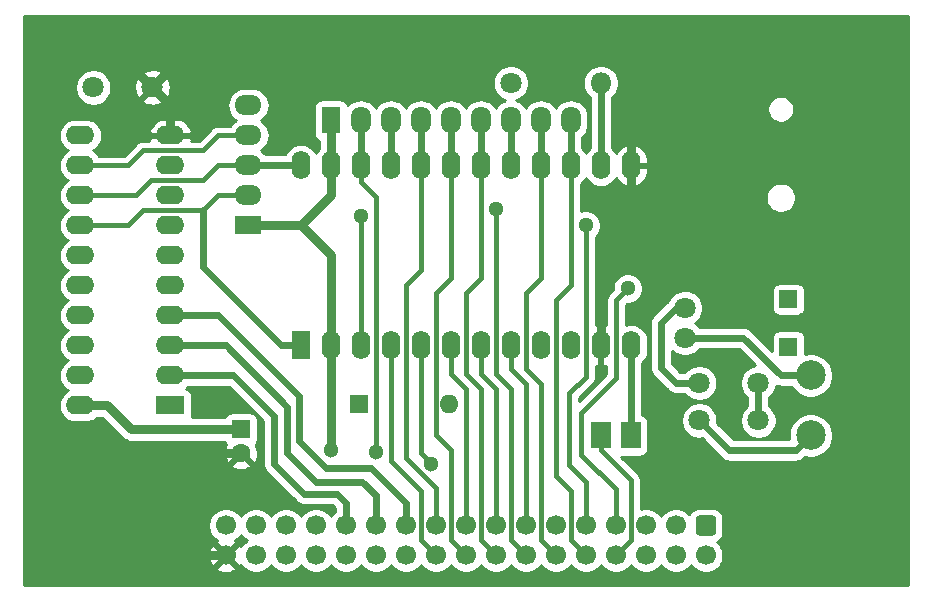
<source format=gbl>
%TF.GenerationSoftware,KiCad,Pcbnew,(5.1.12)-1*%
%TF.CreationDate,2022-12-03T13:40:17+01:00*%
%TF.ProjectId,RTC,5254432e-6b69-4636-9164-5f7063625858,1.0*%
%TF.SameCoordinates,PX6d01460PY60e4b00*%
%TF.FileFunction,Copper,L2,Bot*%
%TF.FilePolarity,Positive*%
%FSLAX46Y46*%
G04 Gerber Fmt 4.6, Leading zero omitted, Abs format (unit mm)*
G04 Created by KiCad (PCBNEW (5.1.12)-1) date 2022-12-03 13:40:17*
%MOMM*%
%LPD*%
G01*
G04 APERTURE LIST*
%TA.AperFunction,ComponentPad*%
%ADD10O,1.600000X1.600000*%
%TD*%
%TA.AperFunction,ComponentPad*%
%ADD11R,1.600000X1.600000*%
%TD*%
%TA.AperFunction,ComponentPad*%
%ADD12C,2.500000*%
%TD*%
%TA.AperFunction,ComponentPad*%
%ADD13O,2.400000X1.600000*%
%TD*%
%TA.AperFunction,ComponentPad*%
%ADD14R,2.400000X1.600000*%
%TD*%
%TA.AperFunction,ComponentPad*%
%ADD15O,1.600000X2.400000*%
%TD*%
%TA.AperFunction,ComponentPad*%
%ADD16R,1.600000X2.400000*%
%TD*%
%TA.AperFunction,ComponentPad*%
%ADD17R,1.500000X1.500000*%
%TD*%
%TA.AperFunction,ComponentPad*%
%ADD18C,1.800000*%
%TD*%
%TA.AperFunction,ComponentPad*%
%ADD19O,1.700000X2.300000*%
%TD*%
%TA.AperFunction,ComponentPad*%
%ADD20R,1.600000X2.300000*%
%TD*%
%TA.AperFunction,ComponentPad*%
%ADD21O,2.300000X1.700000*%
%TD*%
%TA.AperFunction,ComponentPad*%
%ADD22R,2.300000X1.600000*%
%TD*%
%TA.AperFunction,ComponentPad*%
%ADD23O,1.800000X1.800000*%
%TD*%
%TA.AperFunction,ComponentPad*%
%ADD24R,1.700000X2.300000*%
%TD*%
%TA.AperFunction,ComponentPad*%
%ADD25C,1.600000*%
%TD*%
%TA.AperFunction,ComponentPad*%
%ADD26C,1.700000*%
%TD*%
%TA.AperFunction,ViaPad*%
%ADD27C,1.300000*%
%TD*%
%TA.AperFunction,Conductor*%
%ADD28C,0.800000*%
%TD*%
%TA.AperFunction,Conductor*%
%ADD29C,0.600000*%
%TD*%
%TA.AperFunction,Conductor*%
%ADD30C,0.400000*%
%TD*%
%TA.AperFunction,Conductor*%
%ADD31C,0.254000*%
%TD*%
%TA.AperFunction,Conductor*%
%ADD32C,0.100000*%
%TD*%
G04 APERTURE END LIST*
D10*
%TO.P,D1,2*%
%TO.N,/~IOCTRL*%
X36703000Y16002000D03*
D11*
%TO.P,D1,1*%
%TO.N,Net-(D1-Pad1)*%
X29083000Y16002000D03*
%TD*%
D12*
%TO.P,C5,1*%
%TO.N,Net-(C5-Pad1)*%
X67310000Y13335000D03*
%TO.P,C5,2*%
%TO.N,Net-(C5-Pad2)*%
X67310000Y18415000D03*
%TD*%
D13*
%TO.P,U2,20*%
%TO.N,VCC*%
X5461000Y15875000D03*
%TO.P,U2,10*%
%TO.N,GND*%
X13081000Y38735000D03*
%TO.P,U2,19*%
%TO.N,/PHI2*%
X5461000Y18415000D03*
%TO.P,U2,9*%
%TO.N,/A0*%
X13081000Y36195000D03*
%TO.P,U2,18*%
%TO.N,Net-(U2-Pad18)*%
X5461000Y20955000D03*
%TO.P,U2,8*%
%TO.N,/A1*%
X13081000Y33655000D03*
%TO.P,U2,17*%
%TO.N,Net-(D1-Pad1)*%
X5461000Y23495000D03*
%TO.P,U2,7*%
%TO.N,/A2*%
X13081000Y31115000D03*
%TO.P,U2,16*%
%TO.N,Net-(U2-Pad16)*%
X5461000Y26035000D03*
%TO.P,U2,6*%
%TO.N,/A3*%
X13081000Y28575000D03*
%TO.P,U2,15*%
%TO.N,Net-(U2-Pad15)*%
X5461000Y28575000D03*
%TO.P,U2,5*%
%TO.N,/A4*%
X13081000Y26035000D03*
%TO.P,U2,14*%
%TO.N,/~W_RTC*%
X5461000Y31115000D03*
%TO.P,U2,4*%
%TO.N,/A5*%
X13081000Y23495000D03*
%TO.P,U2,13*%
%TO.N,/~R_RTC*%
X5461000Y33655000D03*
%TO.P,U2,3*%
%TO.N,/A6*%
X13081000Y20955000D03*
%TO.P,U2,12*%
%TO.N,/~CSRTC*%
X5461000Y36195000D03*
%TO.P,U2,2*%
%TO.N,/A7*%
X13081000Y18415000D03*
%TO.P,U2,11*%
%TO.N,/R_~W*%
X5461000Y38735000D03*
D14*
%TO.P,U2,1*%
%TO.N,/~IO*%
X13081000Y15875000D03*
%TD*%
D15*
%TO.P,U1,24*%
%TO.N,/~R_RTC*%
X24130000Y36195000D03*
%TO.P,U1,12*%
%TO.N,Net-(JP1-Pad1)*%
X52070000Y20955000D03*
%TO.P,U1,23*%
%TO.N,VCC*%
X26670000Y36195000D03*
%TO.P,U1,11*%
%TO.N,GND*%
X49530000Y20955000D03*
%TO.P,U1,22*%
%TO.N,/D7*%
X29210000Y36195000D03*
%TO.P,U1,10*%
%TO.N,Net-(C3-Pad2)*%
X46990000Y20955000D03*
%TO.P,U1,21*%
%TO.N,/D6*%
X31750000Y36195000D03*
%TO.P,U1,9*%
%TO.N,Net-(C5-Pad1)*%
X44450000Y20955000D03*
%TO.P,U1,20*%
%TO.N,/D5*%
X34290000Y36195000D03*
%TO.P,U1,8*%
%TO.N,/A0*%
X41910000Y20955000D03*
%TO.P,U1,19*%
%TO.N,/D4*%
X36830000Y36195000D03*
%TO.P,U1,7*%
%TO.N,/A1*%
X39370000Y20955000D03*
%TO.P,U1,18*%
%TO.N,/D3*%
X39370000Y36195000D03*
%TO.P,U1,6*%
%TO.N,/A2*%
X36830000Y20955000D03*
%TO.P,U1,17*%
%TO.N,/D2*%
X41910000Y36195000D03*
%TO.P,U1,5*%
%TO.N,/A3*%
X34290000Y20955000D03*
%TO.P,U1,16*%
%TO.N,/D1*%
X44450000Y36195000D03*
%TO.P,U1,4*%
%TO.N,/A4*%
X31750000Y20955000D03*
%TO.P,U1,15*%
%TO.N,/D0*%
X46990000Y36195000D03*
%TO.P,U1,3*%
%TO.N,/~CSRTC*%
X29210000Y20955000D03*
%TO.P,U1,14*%
%TO.N,VMEM*%
X49530000Y36195000D03*
%TO.P,U1,2*%
%TO.N,VCC*%
X26670000Y20955000D03*
%TO.P,U1,13*%
%TO.N,GND*%
X52070000Y36195000D03*
D16*
%TO.P,U1,1*%
%TO.N,/~W_RTC*%
X24130000Y20955000D03*
%TD*%
D17*
%TO.P,Y1,3*%
%TO.N,N/C*%
X65405000Y24860000D03*
X65405000Y20860000D03*
D18*
%TO.P,Y1,2*%
%TO.N,Net-(C3-Pad2)*%
X56655000Y24130000D03*
%TO.P,Y1,1*%
%TO.N,Net-(C5-Pad2)*%
X56655000Y21590000D03*
%TD*%
D19*
%TO.P,RN2,9*%
%TO.N,/D0*%
X46990000Y40005000D03*
%TO.P,RN2,8*%
%TO.N,/D1*%
X44450000Y40005000D03*
%TO.P,RN2,7*%
%TO.N,/D2*%
X41910000Y40005000D03*
%TO.P,RN2,6*%
%TO.N,/D3*%
X39370000Y40005000D03*
%TO.P,RN2,5*%
%TO.N,/D4*%
X36830000Y40005000D03*
%TO.P,RN2,4*%
%TO.N,/D5*%
X34290000Y40005000D03*
%TO.P,RN2,3*%
%TO.N,/D6*%
X31750000Y40005000D03*
%TO.P,RN2,2*%
%TO.N,/D7*%
X29210000Y40005000D03*
D20*
%TO.P,RN2,1*%
%TO.N,VCC*%
X26670000Y40005000D03*
%TD*%
D21*
%TO.P,RN1,5*%
%TO.N,Net-(RN1-Pad5)*%
X19685000Y41275000D03*
%TO.P,RN1,4*%
%TO.N,/~CSRTC*%
X19685000Y38735000D03*
%TO.P,RN1,3*%
%TO.N,/~R_RTC*%
X19685000Y36195000D03*
%TO.P,RN1,2*%
%TO.N,/~W_RTC*%
X19685000Y33655000D03*
D22*
%TO.P,RN1,1*%
%TO.N,VCC*%
X19685000Y31115000D03*
%TD*%
D23*
%TO.P,R1,2*%
%TO.N,VMEM*%
X49530000Y43180000D03*
D18*
%TO.P,R1,1*%
%TO.N,Net-(BT1-Pad2)*%
X41910000Y43180000D03*
%TD*%
D24*
%TO.P,JP1,2*%
%TO.N,/~IRQ*%
X49530000Y13335000D03*
%TO.P,JP1,1*%
%TO.N,Net-(JP1-Pad1)*%
X52070000Y13335000D03*
%TD*%
D18*
%TO.P,C6,2*%
%TO.N,Net-(C5-Pad1)*%
X57865000Y14605000D03*
%TO.P,C6,1*%
%TO.N,VCC*%
X62865000Y14605000D03*
%TD*%
%TO.P,C3,2*%
%TO.N,Net-(C3-Pad2)*%
X57865000Y17780000D03*
%TO.P,C3,1*%
%TO.N,VCC*%
X62865000Y17780000D03*
%TD*%
%TO.P,C2,2*%
%TO.N,VCC*%
X6557000Y42799000D03*
%TO.P,C2,1*%
%TO.N,GND*%
X11557000Y42799000D03*
%TD*%
D25*
%TO.P,C1,2*%
%TO.N,GND*%
X19050000Y11843000D03*
D11*
%TO.P,C1,1*%
%TO.N,VCC*%
X19050000Y13843000D03*
%TD*%
D26*
%TO.P,J1,34*%
%TO.N,GND*%
X17780000Y3175000D03*
%TO.P,J1,32*%
%TO.N,/A11*%
X20320000Y3175000D03*
%TO.P,J1,30*%
%TO.N,/A12*%
X22860000Y3175000D03*
%TO.P,J1,28*%
%TO.N,/A13*%
X25400000Y3175000D03*
%TO.P,J1,26*%
%TO.N,/A14*%
X27940000Y3175000D03*
%TO.P,J1,24*%
%TO.N,/A15*%
X30480000Y3175000D03*
%TO.P,J1,22*%
%TO.N,/D7*%
X33020000Y3175000D03*
%TO.P,J1,20*%
%TO.N,/A4*%
X35560000Y3175000D03*
%TO.P,J1,18*%
%TO.N,/D4*%
X38100000Y3175000D03*
%TO.P,J1,16*%
%TO.N,/D3*%
X40640000Y3175000D03*
%TO.P,J1,14*%
%TO.N,/D6*%
X43180000Y3175000D03*
%TO.P,J1,12*%
%TO.N,/D1*%
X45720000Y3175000D03*
%TO.P,J1,10*%
%TO.N,/D0*%
X48260000Y3175000D03*
%TO.P,J1,8*%
%TO.N,/~IRQ*%
X50800000Y3175000D03*
%TO.P,J1,6*%
%TO.N,/~IOCTRL*%
X53340000Y3175000D03*
%TO.P,J1,4*%
%TO.N,/~RESET*%
X55880000Y3175000D03*
%TO.P,J1,2*%
%TO.N,/~ROMDIS*%
X58420000Y3175000D03*
%TO.P,J1,33*%
%TO.N,VCC*%
X17780000Y5715000D03*
%TO.P,J1,31*%
%TO.N,/A10*%
X20320000Y5715000D03*
%TO.P,J1,29*%
%TO.N,/A9*%
X22860000Y5715000D03*
%TO.P,J1,27*%
%TO.N,/A8*%
X25400000Y5715000D03*
%TO.P,J1,25*%
%TO.N,/A7*%
X27940000Y5715000D03*
%TO.P,J1,23*%
%TO.N,/A6*%
X30480000Y5715000D03*
%TO.P,J1,21*%
%TO.N,/A5*%
X33020000Y5715000D03*
%TO.P,J1,19*%
%TO.N,/D5*%
X35560000Y5715000D03*
%TO.P,J1,17*%
%TO.N,/A2*%
X38100000Y5715000D03*
%TO.P,J1,15*%
%TO.N,/A1*%
X40640000Y5715000D03*
%TO.P,J1,13*%
%TO.N,/A0*%
X43180000Y5715000D03*
%TO.P,J1,11*%
%TO.N,/A3*%
X45720000Y5715000D03*
%TO.P,J1,9*%
%TO.N,/D2*%
X48260000Y5715000D03*
%TO.P,J1,7*%
%TO.N,/R_~W*%
X50800000Y5715000D03*
%TO.P,J1,5*%
%TO.N,/~IO*%
X53340000Y5715000D03*
%TO.P,J1,3*%
%TO.N,/PHI2*%
X55880000Y5715000D03*
%TO.P,J1,1*%
%TO.N,/~MAP*%
%TA.AperFunction,ComponentPad*%
G36*
G01*
X57820000Y6565000D02*
X59020000Y6565000D01*
G75*
G02*
X59270000Y6315000I0J-250000D01*
G01*
X59270000Y5115000D01*
G75*
G02*
X59020000Y4865000I-250000J0D01*
G01*
X57820000Y4865000D01*
G75*
G02*
X57570000Y5115000I0J250000D01*
G01*
X57570000Y6315000D01*
G75*
G02*
X57820000Y6565000I250000J0D01*
G01*
G37*
%TD.AperFunction*%
%TD*%
D27*
%TO.N,VCC*%
X26670000Y12065000D03*
%TO.N,/D2*%
X48260000Y31115000D03*
%TO.N,/D6*%
X40640000Y32512000D03*
%TO.N,/D7*%
X30480000Y11938000D03*
%TO.N,/A3*%
X35179000Y10922000D03*
%TO.N,/R_~W*%
X51816000Y25781000D03*
%TO.N,/~CSRTC*%
X29210000Y31877000D03*
%TD*%
D28*
%TO.N,GND*%
X49530000Y20955000D02*
X49530000Y26670000D01*
X52070000Y29210000D02*
X52070000Y36195000D01*
X49530000Y26670000D02*
X52070000Y29210000D01*
X13081000Y41275000D02*
X11557000Y42799000D01*
X13081000Y38735000D02*
X13081000Y41275000D01*
X52070000Y36195000D02*
X52070000Y44196000D01*
X52070000Y44196000D02*
X50800000Y45466000D01*
X14224000Y45466000D02*
X11557000Y42799000D01*
X50800000Y45466000D02*
X14224000Y45466000D01*
X16383000Y3175000D02*
X17780000Y3175000D01*
X15113000Y4445000D02*
X16383000Y3175000D01*
X15113000Y9398000D02*
X15113000Y4445000D01*
X17558000Y11843000D02*
X15113000Y9398000D01*
X19050000Y11843000D02*
X17558000Y11843000D01*
X8890000Y45466000D02*
X11557000Y42799000D01*
X3937000Y45466000D02*
X8890000Y45466000D01*
X1905000Y43434000D02*
X3937000Y45466000D01*
X1905000Y14351000D02*
X1905000Y43434000D01*
X6858000Y9398000D02*
X1905000Y14351000D01*
X15113000Y9398000D02*
X6858000Y9398000D01*
%TO.N,VCC*%
X26670000Y40005000D02*
X26670000Y36195000D01*
X19685000Y31115000D02*
X24130000Y31115000D01*
X26670000Y33655000D02*
X26670000Y36195000D01*
X24130000Y31115000D02*
X26670000Y33655000D01*
X26670000Y28575000D02*
X24130000Y31115000D01*
X26670000Y20955000D02*
X26670000Y28575000D01*
X7747000Y15875000D02*
X5461000Y15875000D01*
X9779000Y13843000D02*
X7747000Y15875000D01*
X19050000Y13843000D02*
X9779000Y13843000D01*
X26670000Y12065000D02*
X26670000Y20955000D01*
D29*
X62865000Y17780000D02*
X62865000Y14605000D01*
%TO.N,/D0*%
X46990000Y40005000D02*
X46990000Y36195000D01*
D30*
X46990000Y26035000D02*
X46990000Y36195000D01*
X45720000Y24765000D02*
X46990000Y26035000D01*
X45720000Y9906000D02*
X45720000Y24765000D01*
X46990000Y8636000D02*
X45720000Y9906000D01*
X46990000Y4445000D02*
X46990000Y8636000D01*
X48260000Y3175000D02*
X46990000Y4445000D01*
D29*
%TO.N,/D1*%
X44450000Y40005000D02*
X44450000Y36195000D01*
D30*
X44450000Y26670000D02*
X44450000Y36195000D01*
X43180000Y25400000D02*
X44450000Y26670000D01*
X43180000Y18923000D02*
X43180000Y25400000D01*
X44450000Y17653000D02*
X43180000Y18923000D01*
X44450000Y4445000D02*
X44450000Y17653000D01*
X45720000Y3175000D02*
X44450000Y4445000D01*
D29*
%TO.N,/D2*%
X41910000Y40005000D02*
X41910000Y36195000D01*
D30*
X48260000Y5715000D02*
X48260000Y9398000D01*
X48260000Y9398000D02*
X46863000Y10795000D01*
X46863000Y10795000D02*
X46863000Y16891000D01*
X46863000Y16891000D02*
X48260000Y18288000D01*
X48260000Y18288000D02*
X48260000Y31115000D01*
D29*
%TO.N,/D3*%
X39370000Y40005000D02*
X39370000Y36195000D01*
D30*
X39370000Y26670000D02*
X39370000Y36195000D01*
X38100000Y25400000D02*
X39370000Y26670000D01*
X38100000Y18542000D02*
X38100000Y25400000D01*
X39370000Y17272000D02*
X38100000Y18542000D01*
X39370000Y4445000D02*
X39370000Y17272000D01*
X40640000Y3175000D02*
X39370000Y4445000D01*
D29*
%TO.N,/D4*%
X36830000Y40005000D02*
X36830000Y36195000D01*
D30*
X36830000Y36195000D02*
X36830000Y26670000D01*
X36830000Y26670000D02*
X35560000Y25400000D01*
X35560000Y25400000D02*
X35560000Y13335000D01*
X35560000Y13335000D02*
X36830000Y12065000D01*
X36830000Y4445000D02*
X38100000Y3175000D01*
X36830000Y12065000D02*
X36830000Y4445000D01*
D29*
%TO.N,/D5*%
X34290000Y36830000D02*
X34290000Y40005000D01*
D30*
X34290000Y27305000D02*
X34290000Y36195000D01*
X33020000Y26035000D02*
X34290000Y27305000D01*
X33020000Y11430000D02*
X33020000Y26035000D01*
X35560000Y8890000D02*
X33020000Y11430000D01*
X35560000Y5715000D02*
X35560000Y8890000D01*
D29*
%TO.N,/D6*%
X31750000Y40005000D02*
X31750000Y36195000D01*
D30*
X40640000Y18542000D02*
X40640000Y32512000D01*
X41910000Y17272000D02*
X40640000Y18542000D01*
X41910000Y4445000D02*
X41910000Y17272000D01*
X43180000Y3175000D02*
X41910000Y4445000D01*
D29*
%TO.N,/D7*%
X29210000Y36195000D02*
X29210000Y40005000D01*
D30*
X29210000Y34798000D02*
X29210000Y36195000D01*
X30480000Y33528000D02*
X29210000Y34798000D01*
X30480000Y11938000D02*
X30480000Y33528000D01*
%TO.N,/A0*%
X41910000Y18923000D02*
X41910000Y20955000D01*
X43180000Y17653000D02*
X41910000Y18923000D01*
X43180000Y5715000D02*
X43180000Y17653000D01*
%TO.N,/A1*%
X40640000Y17272000D02*
X40640000Y5715000D01*
X39370000Y18542000D02*
X40640000Y17272000D01*
X39370000Y20955000D02*
X39370000Y18542000D01*
%TO.N,/A2*%
X36830000Y18542000D02*
X36830000Y20955000D01*
X38100000Y17272000D02*
X36830000Y18542000D01*
X38100000Y5715000D02*
X38100000Y17272000D01*
%TO.N,/A3*%
X34290000Y11811000D02*
X34290000Y20955000D01*
X35179000Y10922000D02*
X34290000Y11811000D01*
%TO.N,/A4*%
X34290000Y4445000D02*
X35560000Y3175000D01*
X34290000Y8636000D02*
X34290000Y4445000D01*
X31750000Y11176000D02*
X34290000Y8636000D01*
X31750000Y20955000D02*
X31750000Y11176000D01*
D29*
%TO.N,/A5*%
X33020000Y7620000D02*
X33020000Y5715000D01*
X30099000Y10541000D02*
X33020000Y7620000D01*
X26289000Y10541000D02*
X30099000Y10541000D01*
X24003000Y12827000D02*
X26289000Y10541000D01*
X24003000Y16637000D02*
X24003000Y12827000D01*
X17145000Y23495000D02*
X24003000Y16637000D01*
X13081000Y23495000D02*
X17145000Y23495000D01*
%TO.N,/A6*%
X30480000Y8255000D02*
X30480000Y5715000D01*
X29337000Y9398000D02*
X30480000Y8255000D01*
X25400000Y9398000D02*
X29337000Y9398000D01*
X22987000Y11811000D02*
X25400000Y9398000D01*
X22987000Y15748000D02*
X22987000Y11811000D01*
X17780000Y20955000D02*
X22987000Y15748000D01*
X13081000Y20955000D02*
X17780000Y20955000D01*
%TO.N,/A7*%
X27940000Y7620000D02*
X27940000Y5715000D01*
X27178000Y8382000D02*
X27940000Y7620000D01*
X24384000Y8382000D02*
X27178000Y8382000D01*
X21844000Y10922000D02*
X24384000Y8382000D01*
X21844000Y14986000D02*
X21844000Y10922000D01*
X18415000Y18415000D02*
X21844000Y14986000D01*
X13081000Y18415000D02*
X18415000Y18415000D01*
%TO.N,Net-(C3-Pad2)*%
X55880000Y17780000D02*
X56595000Y17780000D01*
X54610000Y19050000D02*
X55880000Y17780000D01*
X54610000Y22860000D02*
X54610000Y19050000D01*
X55880000Y24130000D02*
X54610000Y22860000D01*
X56655000Y24130000D02*
X55880000Y24130000D01*
X57865000Y17780000D02*
X55880000Y17780000D01*
%TO.N,Net-(C5-Pad2)*%
X56655000Y21590000D02*
X61595000Y21590000D01*
X64770000Y18415000D02*
X67310000Y18415000D01*
X61595000Y21590000D02*
X64770000Y18415000D01*
%TO.N,Net-(C5-Pad1)*%
X60405000Y12065000D02*
X57865000Y14605000D01*
X66040000Y12065000D02*
X67310000Y13335000D01*
X60405000Y12065000D02*
X66040000Y12065000D01*
D30*
%TO.N,/~IRQ*%
X49530000Y13335000D02*
X49530000Y12065000D01*
X49530000Y12065000D02*
X52070000Y9525000D01*
X52070000Y4445000D02*
X50800000Y3175000D01*
X52070000Y9525000D02*
X52070000Y4445000D01*
%TO.N,/R_~W*%
X50800000Y5715000D02*
X50800000Y8763000D01*
X50800000Y8763000D02*
X47879000Y11684000D01*
X47879000Y11684000D02*
X47879000Y15240000D01*
X47879000Y15240000D02*
X50800000Y18161000D01*
X50800000Y24765000D02*
X51816000Y25781000D01*
X50800000Y18161000D02*
X50800000Y24765000D01*
D29*
%TO.N,Net-(JP1-Pad1)*%
X52070000Y20955000D02*
X52070000Y15240000D01*
X52070000Y20955000D02*
X52070000Y13335000D01*
%TO.N,VMEM*%
X49530000Y43180000D02*
X49530000Y36195000D01*
D30*
%TO.N,/~CSRTC*%
X17145000Y38735000D02*
X15875000Y37465000D01*
X15875000Y37465000D02*
X10795000Y37465000D01*
X19685000Y38735000D02*
X17145000Y38735000D01*
X9525000Y36195000D02*
X10795000Y37465000D01*
X5461000Y36195000D02*
X9525000Y36195000D01*
X29210000Y31877000D02*
X29210000Y20955000D01*
D29*
%TO.N,/~R_RTC*%
X24130000Y36195000D02*
X19685000Y36195000D01*
D30*
X15875000Y34925000D02*
X11430000Y34925000D01*
X17145000Y36195000D02*
X15875000Y34925000D01*
X19685000Y36195000D02*
X17145000Y36195000D01*
X10160000Y33655000D02*
X11430000Y34925000D01*
X5461000Y33655000D02*
X10160000Y33655000D01*
%TO.N,/~W_RTC*%
X10795000Y32385000D02*
X15875000Y32385000D01*
X17145000Y33655000D02*
X19685000Y33655000D01*
X15875000Y32385000D02*
X17145000Y33655000D01*
X5461000Y31115000D02*
X9525000Y31115000D01*
X9525000Y31115000D02*
X10795000Y32385000D01*
D29*
X24130000Y20955000D02*
X22479000Y20955000D01*
X15875000Y27559000D02*
X15875000Y32385000D01*
X22479000Y20955000D02*
X15875000Y27559000D01*
%TD*%
D31*
%TO.N,GND*%
X75540000Y660000D02*
X660000Y660000D01*
X660000Y2146603D01*
X16931208Y2146603D01*
X17008843Y1897528D01*
X17272883Y1771629D01*
X17556411Y1699661D01*
X17848531Y1684389D01*
X18138019Y1726401D01*
X18413747Y1824081D01*
X18551157Y1897528D01*
X18628792Y2146603D01*
X17780000Y2995395D01*
X16931208Y2146603D01*
X660000Y2146603D01*
X660000Y3106469D01*
X16289389Y3106469D01*
X16331401Y2816981D01*
X16429081Y2541253D01*
X16502528Y2403843D01*
X16751603Y2326208D01*
X17600395Y3175000D01*
X16751603Y4023792D01*
X16502528Y3946157D01*
X16376629Y3682117D01*
X16304661Y3398589D01*
X16289389Y3106469D01*
X660000Y3106469D01*
X660000Y10850298D01*
X18236903Y10850298D01*
X18308486Y10606329D01*
X18563996Y10485429D01*
X18838184Y10416700D01*
X19120512Y10402783D01*
X19400130Y10444213D01*
X19666292Y10539397D01*
X19791514Y10606329D01*
X19863097Y10850298D01*
X19050000Y11663395D01*
X18236903Y10850298D01*
X660000Y10850298D01*
X660000Y38735000D01*
X3619057Y38735000D01*
X3646764Y38453691D01*
X3728818Y38183192D01*
X3862068Y37933899D01*
X4041392Y37715392D01*
X4259899Y37536068D01*
X4392858Y37465000D01*
X4259899Y37393932D01*
X4041392Y37214608D01*
X3862068Y36996101D01*
X3728818Y36746808D01*
X3646764Y36476309D01*
X3619057Y36195000D01*
X3646764Y35913691D01*
X3728818Y35643192D01*
X3862068Y35393899D01*
X4041392Y35175392D01*
X4259899Y34996068D01*
X4392858Y34925000D01*
X4259899Y34853932D01*
X4041392Y34674608D01*
X3862068Y34456101D01*
X3728818Y34206808D01*
X3646764Y33936309D01*
X3619057Y33655000D01*
X3646764Y33373691D01*
X3728818Y33103192D01*
X3862068Y32853899D01*
X4041392Y32635392D01*
X4259899Y32456068D01*
X4392858Y32385000D01*
X4259899Y32313932D01*
X4041392Y32134608D01*
X3862068Y31916101D01*
X3728818Y31666808D01*
X3646764Y31396309D01*
X3619057Y31115000D01*
X3646764Y30833691D01*
X3728818Y30563192D01*
X3862068Y30313899D01*
X4041392Y30095392D01*
X4259899Y29916068D01*
X4392858Y29845000D01*
X4259899Y29773932D01*
X4041392Y29594608D01*
X3862068Y29376101D01*
X3728818Y29126808D01*
X3646764Y28856309D01*
X3619057Y28575000D01*
X3646764Y28293691D01*
X3728818Y28023192D01*
X3862068Y27773899D01*
X4041392Y27555392D01*
X4259899Y27376068D01*
X4392858Y27305000D01*
X4259899Y27233932D01*
X4041392Y27054608D01*
X3862068Y26836101D01*
X3728818Y26586808D01*
X3646764Y26316309D01*
X3619057Y26035000D01*
X3646764Y25753691D01*
X3728818Y25483192D01*
X3862068Y25233899D01*
X4041392Y25015392D01*
X4259899Y24836068D01*
X4392858Y24765000D01*
X4259899Y24693932D01*
X4041392Y24514608D01*
X3862068Y24296101D01*
X3728818Y24046808D01*
X3646764Y23776309D01*
X3619057Y23495000D01*
X3646764Y23213691D01*
X3728818Y22943192D01*
X3862068Y22693899D01*
X4041392Y22475392D01*
X4259899Y22296068D01*
X4392858Y22225000D01*
X4259899Y22153932D01*
X4041392Y21974608D01*
X3862068Y21756101D01*
X3728818Y21506808D01*
X3646764Y21236309D01*
X3619057Y20955000D01*
X3646764Y20673691D01*
X3728818Y20403192D01*
X3862068Y20153899D01*
X4041392Y19935392D01*
X4259899Y19756068D01*
X4392858Y19685000D01*
X4259899Y19613932D01*
X4041392Y19434608D01*
X3862068Y19216101D01*
X3728818Y18966808D01*
X3646764Y18696309D01*
X3619057Y18415000D01*
X3646764Y18133691D01*
X3728818Y17863192D01*
X3862068Y17613899D01*
X4041392Y17395392D01*
X4259899Y17216068D01*
X4392858Y17145000D01*
X4259899Y17073932D01*
X4041392Y16894608D01*
X3862068Y16676101D01*
X3728818Y16426808D01*
X3646764Y16156309D01*
X3619057Y15875000D01*
X3646764Y15593691D01*
X3728818Y15323192D01*
X3862068Y15073899D01*
X4041392Y14855392D01*
X4259899Y14676068D01*
X4509192Y14542818D01*
X4779691Y14460764D01*
X4990508Y14440000D01*
X5931492Y14440000D01*
X6142309Y14460764D01*
X6412808Y14542818D01*
X6662101Y14676068D01*
X6861853Y14840000D01*
X7318290Y14840000D01*
X9011197Y13147092D01*
X9043604Y13107604D01*
X9083092Y13075197D01*
X9201202Y12978266D01*
X9280043Y12936125D01*
X9381007Y12882159D01*
X9576105Y12822976D01*
X9728162Y12808000D01*
X9728164Y12808000D01*
X9779000Y12802993D01*
X9829835Y12808000D01*
X17657713Y12808000D01*
X17660498Y12798820D01*
X17719463Y12688506D01*
X17798815Y12591815D01*
X17811758Y12581193D01*
X17692429Y12329004D01*
X17623700Y12054816D01*
X17609783Y11772488D01*
X17651213Y11492870D01*
X17746397Y11226708D01*
X17813329Y11101486D01*
X18057298Y11029903D01*
X18870395Y11843000D01*
X18856253Y11857142D01*
X19035858Y12036747D01*
X19050000Y12022605D01*
X19064143Y12036747D01*
X19243748Y11857142D01*
X19229605Y11843000D01*
X20042702Y11029903D01*
X20286671Y11101486D01*
X20407571Y11356996D01*
X20476300Y11631184D01*
X20490217Y11913512D01*
X20448787Y12193130D01*
X20353603Y12459292D01*
X20288384Y12581309D01*
X20301185Y12591815D01*
X20380537Y12688506D01*
X20439502Y12798820D01*
X20475812Y12918518D01*
X20488072Y13043000D01*
X20488072Y14643000D01*
X20475812Y14767482D01*
X20439502Y14887180D01*
X20380537Y14997494D01*
X20301185Y15094185D01*
X20204494Y15173537D01*
X20094180Y15232502D01*
X19974482Y15268812D01*
X19850000Y15281072D01*
X18250000Y15281072D01*
X18125518Y15268812D01*
X18005820Y15232502D01*
X17895506Y15173537D01*
X17798815Y15094185D01*
X17719463Y14997494D01*
X17660498Y14887180D01*
X17657713Y14878000D01*
X14884814Y14878000D01*
X14906812Y14950518D01*
X14919072Y15075000D01*
X14919072Y16675000D01*
X14906812Y16799482D01*
X14870502Y16919180D01*
X14811537Y17029494D01*
X14732185Y17126185D01*
X14635494Y17205537D01*
X14525180Y17264502D01*
X14405482Y17300812D01*
X14387518Y17302581D01*
X14500608Y17395392D01*
X14570044Y17480000D01*
X18027711Y17480000D01*
X20909000Y14598710D01*
X20909001Y10967942D01*
X20904476Y10922000D01*
X20922529Y10738709D01*
X20975994Y10562460D01*
X21062815Y10400028D01*
X21179657Y10257656D01*
X21215336Y10228375D01*
X23690374Y7753336D01*
X23719656Y7717656D01*
X23862028Y7600814D01*
X24024460Y7513993D01*
X24147243Y7476747D01*
X24200707Y7460529D01*
X24219110Y7458717D01*
X24338068Y7447000D01*
X24338074Y7447000D01*
X24383999Y7442477D01*
X24429924Y7447000D01*
X26790711Y7447000D01*
X27005000Y7232711D01*
X27005000Y6876248D01*
X26993368Y6868475D01*
X26786525Y6661632D01*
X26670000Y6487240D01*
X26553475Y6661632D01*
X26346632Y6868475D01*
X26103411Y7030990D01*
X25833158Y7142932D01*
X25546260Y7200000D01*
X25253740Y7200000D01*
X24966842Y7142932D01*
X24696589Y7030990D01*
X24453368Y6868475D01*
X24246525Y6661632D01*
X24130000Y6487240D01*
X24013475Y6661632D01*
X23806632Y6868475D01*
X23563411Y7030990D01*
X23293158Y7142932D01*
X23006260Y7200000D01*
X22713740Y7200000D01*
X22426842Y7142932D01*
X22156589Y7030990D01*
X21913368Y6868475D01*
X21706525Y6661632D01*
X21590000Y6487240D01*
X21473475Y6661632D01*
X21266632Y6868475D01*
X21023411Y7030990D01*
X20753158Y7142932D01*
X20466260Y7200000D01*
X20173740Y7200000D01*
X19886842Y7142932D01*
X19616589Y7030990D01*
X19373368Y6868475D01*
X19166525Y6661632D01*
X19050000Y6487240D01*
X18933475Y6661632D01*
X18726632Y6868475D01*
X18483411Y7030990D01*
X18213158Y7142932D01*
X17926260Y7200000D01*
X17633740Y7200000D01*
X17346842Y7142932D01*
X17076589Y7030990D01*
X16833368Y6868475D01*
X16626525Y6661632D01*
X16464010Y6418411D01*
X16352068Y6148158D01*
X16295000Y5861260D01*
X16295000Y5568740D01*
X16352068Y5281842D01*
X16464010Y5011589D01*
X16626525Y4768368D01*
X16833368Y4561525D01*
X17006729Y4445689D01*
X16931208Y4203397D01*
X17780000Y3354605D01*
X18628792Y4203397D01*
X18553271Y4445689D01*
X18726632Y4561525D01*
X18933475Y4768368D01*
X19050000Y4942760D01*
X19166525Y4768368D01*
X19373368Y4561525D01*
X19547760Y4445000D01*
X19373368Y4328475D01*
X19166525Y4121632D01*
X19050689Y3948271D01*
X18808397Y4023792D01*
X17959605Y3175000D01*
X18808397Y2326208D01*
X19050689Y2401729D01*
X19166525Y2228368D01*
X19373368Y2021525D01*
X19616589Y1859010D01*
X19886842Y1747068D01*
X20173740Y1690000D01*
X20466260Y1690000D01*
X20753158Y1747068D01*
X21023411Y1859010D01*
X21266632Y2021525D01*
X21473475Y2228368D01*
X21590000Y2402760D01*
X21706525Y2228368D01*
X21913368Y2021525D01*
X22156589Y1859010D01*
X22426842Y1747068D01*
X22713740Y1690000D01*
X23006260Y1690000D01*
X23293158Y1747068D01*
X23563411Y1859010D01*
X23806632Y2021525D01*
X24013475Y2228368D01*
X24130000Y2402760D01*
X24246525Y2228368D01*
X24453368Y2021525D01*
X24696589Y1859010D01*
X24966842Y1747068D01*
X25253740Y1690000D01*
X25546260Y1690000D01*
X25833158Y1747068D01*
X26103411Y1859010D01*
X26346632Y2021525D01*
X26553475Y2228368D01*
X26670000Y2402760D01*
X26786525Y2228368D01*
X26993368Y2021525D01*
X27236589Y1859010D01*
X27506842Y1747068D01*
X27793740Y1690000D01*
X28086260Y1690000D01*
X28373158Y1747068D01*
X28643411Y1859010D01*
X28886632Y2021525D01*
X29093475Y2228368D01*
X29210000Y2402760D01*
X29326525Y2228368D01*
X29533368Y2021525D01*
X29776589Y1859010D01*
X30046842Y1747068D01*
X30333740Y1690000D01*
X30626260Y1690000D01*
X30913158Y1747068D01*
X31183411Y1859010D01*
X31426632Y2021525D01*
X31633475Y2228368D01*
X31750000Y2402760D01*
X31866525Y2228368D01*
X32073368Y2021525D01*
X32316589Y1859010D01*
X32586842Y1747068D01*
X32873740Y1690000D01*
X33166260Y1690000D01*
X33453158Y1747068D01*
X33723411Y1859010D01*
X33966632Y2021525D01*
X34173475Y2228368D01*
X34290000Y2402760D01*
X34406525Y2228368D01*
X34613368Y2021525D01*
X34856589Y1859010D01*
X35126842Y1747068D01*
X35413740Y1690000D01*
X35706260Y1690000D01*
X35993158Y1747068D01*
X36263411Y1859010D01*
X36506632Y2021525D01*
X36713475Y2228368D01*
X36830000Y2402760D01*
X36946525Y2228368D01*
X37153368Y2021525D01*
X37396589Y1859010D01*
X37666842Y1747068D01*
X37953740Y1690000D01*
X38246260Y1690000D01*
X38533158Y1747068D01*
X38803411Y1859010D01*
X39046632Y2021525D01*
X39253475Y2228368D01*
X39370000Y2402760D01*
X39486525Y2228368D01*
X39693368Y2021525D01*
X39936589Y1859010D01*
X40206842Y1747068D01*
X40493740Y1690000D01*
X40786260Y1690000D01*
X41073158Y1747068D01*
X41343411Y1859010D01*
X41586632Y2021525D01*
X41793475Y2228368D01*
X41910000Y2402760D01*
X42026525Y2228368D01*
X42233368Y2021525D01*
X42476589Y1859010D01*
X42746842Y1747068D01*
X43033740Y1690000D01*
X43326260Y1690000D01*
X43613158Y1747068D01*
X43883411Y1859010D01*
X44126632Y2021525D01*
X44333475Y2228368D01*
X44450000Y2402760D01*
X44566525Y2228368D01*
X44773368Y2021525D01*
X45016589Y1859010D01*
X45286842Y1747068D01*
X45573740Y1690000D01*
X45866260Y1690000D01*
X46153158Y1747068D01*
X46423411Y1859010D01*
X46666632Y2021525D01*
X46873475Y2228368D01*
X46990000Y2402760D01*
X47106525Y2228368D01*
X47313368Y2021525D01*
X47556589Y1859010D01*
X47826842Y1747068D01*
X48113740Y1690000D01*
X48406260Y1690000D01*
X48693158Y1747068D01*
X48963411Y1859010D01*
X49206632Y2021525D01*
X49413475Y2228368D01*
X49530000Y2402760D01*
X49646525Y2228368D01*
X49853368Y2021525D01*
X50096589Y1859010D01*
X50366842Y1747068D01*
X50653740Y1690000D01*
X50946260Y1690000D01*
X51233158Y1747068D01*
X51503411Y1859010D01*
X51746632Y2021525D01*
X51953475Y2228368D01*
X52070000Y2402760D01*
X52186525Y2228368D01*
X52393368Y2021525D01*
X52636589Y1859010D01*
X52906842Y1747068D01*
X53193740Y1690000D01*
X53486260Y1690000D01*
X53773158Y1747068D01*
X54043411Y1859010D01*
X54286632Y2021525D01*
X54493475Y2228368D01*
X54610000Y2402760D01*
X54726525Y2228368D01*
X54933368Y2021525D01*
X55176589Y1859010D01*
X55446842Y1747068D01*
X55733740Y1690000D01*
X56026260Y1690000D01*
X56313158Y1747068D01*
X56583411Y1859010D01*
X56826632Y2021525D01*
X57033475Y2228368D01*
X57150000Y2402760D01*
X57266525Y2228368D01*
X57473368Y2021525D01*
X57716589Y1859010D01*
X57986842Y1747068D01*
X58273740Y1690000D01*
X58566260Y1690000D01*
X58853158Y1747068D01*
X59123411Y1859010D01*
X59366632Y2021525D01*
X59573475Y2228368D01*
X59735990Y2471589D01*
X59847932Y2741842D01*
X59905000Y3028740D01*
X59905000Y3321260D01*
X59847932Y3608158D01*
X59735990Y3878411D01*
X59573475Y4121632D01*
X59386392Y4308715D01*
X59513386Y4376595D01*
X59647962Y4487038D01*
X59758405Y4621614D01*
X59840472Y4775150D01*
X59891008Y4941746D01*
X59908072Y5115000D01*
X59908072Y6315000D01*
X59891008Y6488254D01*
X59840472Y6654850D01*
X59758405Y6808386D01*
X59647962Y6942962D01*
X59513386Y7053405D01*
X59359850Y7135472D01*
X59193254Y7186008D01*
X59020000Y7203072D01*
X57820000Y7203072D01*
X57646746Y7186008D01*
X57480150Y7135472D01*
X57326614Y7053405D01*
X57192038Y6942962D01*
X57081595Y6808386D01*
X57013715Y6681392D01*
X56826632Y6868475D01*
X56583411Y7030990D01*
X56313158Y7142932D01*
X56026260Y7200000D01*
X55733740Y7200000D01*
X55446842Y7142932D01*
X55176589Y7030990D01*
X54933368Y6868475D01*
X54726525Y6661632D01*
X54610000Y6487240D01*
X54493475Y6661632D01*
X54286632Y6868475D01*
X54043411Y7030990D01*
X53773158Y7142932D01*
X53486260Y7200000D01*
X53193740Y7200000D01*
X52906842Y7142932D01*
X52905000Y7142169D01*
X52905000Y9483993D01*
X52909039Y9525001D01*
X52905000Y9566009D01*
X52905000Y9566019D01*
X52892918Y9688689D01*
X52845172Y9846087D01*
X52767636Y9991146D01*
X52663291Y10118291D01*
X52631428Y10144440D01*
X51228939Y11546928D01*
X52920000Y11546928D01*
X53044482Y11559188D01*
X53164180Y11595498D01*
X53274494Y11654463D01*
X53371185Y11733815D01*
X53450537Y11830506D01*
X53509502Y11940820D01*
X53545812Y12060518D01*
X53558072Y12185000D01*
X53558072Y14485000D01*
X53545812Y14609482D01*
X53509502Y14729180D01*
X53495068Y14756184D01*
X56330000Y14756184D01*
X56330000Y14453816D01*
X56388989Y14157257D01*
X56504701Y13877905D01*
X56672688Y13626495D01*
X56886495Y13412688D01*
X57137905Y13244701D01*
X57417257Y13128989D01*
X57713816Y13070000D01*
X58016184Y13070000D01*
X58067503Y13080208D01*
X59711374Y11436336D01*
X59740656Y11400656D01*
X59883028Y11283814D01*
X60045460Y11196993D01*
X60168243Y11159747D01*
X60221707Y11143529D01*
X60240110Y11141717D01*
X60359068Y11130000D01*
X60359074Y11130000D01*
X60404999Y11125477D01*
X60450924Y11130000D01*
X65994068Y11130000D01*
X66040000Y11125476D01*
X66085932Y11130000D01*
X66223292Y11143529D01*
X66399540Y11196993D01*
X66561972Y11283814D01*
X66704344Y11400656D01*
X66733630Y11436341D01*
X66809846Y11512557D01*
X67124344Y11450000D01*
X67495656Y11450000D01*
X67859834Y11522439D01*
X68202882Y11664534D01*
X68511618Y11870825D01*
X68774175Y12133382D01*
X68980466Y12442118D01*
X69122561Y12785166D01*
X69195000Y13149344D01*
X69195000Y13520656D01*
X69122561Y13884834D01*
X68980466Y14227882D01*
X68774175Y14536618D01*
X68511618Y14799175D01*
X68202882Y15005466D01*
X67859834Y15147561D01*
X67495656Y15220000D01*
X67124344Y15220000D01*
X66760166Y15147561D01*
X66417118Y15005466D01*
X66108382Y14799175D01*
X65845825Y14536618D01*
X65639534Y14227882D01*
X65497439Y13884834D01*
X65425000Y13520656D01*
X65425000Y13149344D01*
X65454706Y13000000D01*
X60792290Y13000000D01*
X59389792Y14402497D01*
X59400000Y14453816D01*
X59400000Y14756184D01*
X59341011Y15052743D01*
X59225299Y15332095D01*
X59057312Y15583505D01*
X58843505Y15797312D01*
X58592095Y15965299D01*
X58312743Y16081011D01*
X58016184Y16140000D01*
X57713816Y16140000D01*
X57417257Y16081011D01*
X57137905Y15965299D01*
X56886495Y15797312D01*
X56672688Y15583505D01*
X56504701Y15332095D01*
X56388989Y15052743D01*
X56330000Y14756184D01*
X53495068Y14756184D01*
X53450537Y14839494D01*
X53371185Y14936185D01*
X53274494Y15015537D01*
X53164180Y15074502D01*
X53044482Y15110812D01*
X53005000Y15114701D01*
X53005000Y19465956D01*
X53089608Y19535392D01*
X53268932Y19753899D01*
X53402182Y20003192D01*
X53484236Y20273691D01*
X53505000Y20484509D01*
X53505000Y21425492D01*
X53484236Y21636309D01*
X53402182Y21906808D01*
X53268932Y22156101D01*
X53089607Y22374608D01*
X52871100Y22553932D01*
X52621807Y22687182D01*
X52351308Y22769236D01*
X52070000Y22796943D01*
X51788691Y22769236D01*
X51635000Y22722615D01*
X51635000Y22860000D01*
X53670476Y22860000D01*
X53675000Y22814068D01*
X53675001Y19095942D01*
X53670476Y19050000D01*
X53688529Y18866709D01*
X53734550Y18715000D01*
X53741994Y18690460D01*
X53828815Y18528028D01*
X53945657Y18385656D01*
X53981336Y18356375D01*
X55186374Y17151336D01*
X55215656Y17115656D01*
X55358028Y16998814D01*
X55520460Y16911993D01*
X55643243Y16874747D01*
X55696707Y16858529D01*
X55879999Y16840476D01*
X55925931Y16845000D01*
X56643619Y16845000D01*
X56672688Y16801495D01*
X56886495Y16587688D01*
X57137905Y16419701D01*
X57417257Y16303989D01*
X57713816Y16245000D01*
X58016184Y16245000D01*
X58312743Y16303989D01*
X58592095Y16419701D01*
X58843505Y16587688D01*
X59057312Y16801495D01*
X59225299Y17052905D01*
X59341011Y17332257D01*
X59400000Y17628816D01*
X59400000Y17931184D01*
X59341011Y18227743D01*
X59225299Y18507095D01*
X59057312Y18758505D01*
X58843505Y18972312D01*
X58592095Y19140299D01*
X58312743Y19256011D01*
X58016184Y19315000D01*
X57713816Y19315000D01*
X57417257Y19256011D01*
X57137905Y19140299D01*
X56886495Y18972312D01*
X56672688Y18758505D01*
X56643619Y18715000D01*
X56267290Y18715000D01*
X55545000Y19437289D01*
X55545000Y20529183D01*
X55676495Y20397688D01*
X55927905Y20229701D01*
X56207257Y20113989D01*
X56503816Y20055000D01*
X56806184Y20055000D01*
X57102743Y20113989D01*
X57382095Y20229701D01*
X57633505Y20397688D01*
X57847312Y20611495D01*
X57876381Y20655000D01*
X61207711Y20655000D01*
X62575269Y19287441D01*
X62417257Y19256011D01*
X62137905Y19140299D01*
X61886495Y18972312D01*
X61672688Y18758505D01*
X61504701Y18507095D01*
X61388989Y18227743D01*
X61330000Y17931184D01*
X61330000Y17628816D01*
X61388989Y17332257D01*
X61504701Y17052905D01*
X61672688Y16801495D01*
X61886495Y16587688D01*
X61930000Y16558619D01*
X61930001Y15826382D01*
X61886495Y15797312D01*
X61672688Y15583505D01*
X61504701Y15332095D01*
X61388989Y15052743D01*
X61330000Y14756184D01*
X61330000Y14453816D01*
X61388989Y14157257D01*
X61504701Y13877905D01*
X61672688Y13626495D01*
X61886495Y13412688D01*
X62137905Y13244701D01*
X62417257Y13128989D01*
X62713816Y13070000D01*
X63016184Y13070000D01*
X63312743Y13128989D01*
X63592095Y13244701D01*
X63843505Y13412688D01*
X64057312Y13626495D01*
X64225299Y13877905D01*
X64341011Y14157257D01*
X64400000Y14453816D01*
X64400000Y14756184D01*
X64341011Y15052743D01*
X64225299Y15332095D01*
X64057312Y15583505D01*
X63843505Y15797312D01*
X63800000Y15826381D01*
X63800000Y16558619D01*
X63843505Y16587688D01*
X64057312Y16801495D01*
X64225299Y17052905D01*
X64341011Y17332257D01*
X64386294Y17559910D01*
X64410460Y17546993D01*
X64533243Y17509747D01*
X64586707Y17493529D01*
X64769999Y17475476D01*
X64815931Y17480000D01*
X65667676Y17480000D01*
X65845825Y17213382D01*
X66108382Y16950825D01*
X66417118Y16744534D01*
X66760166Y16602439D01*
X67124344Y16530000D01*
X67495656Y16530000D01*
X67859834Y16602439D01*
X68202882Y16744534D01*
X68511618Y16950825D01*
X68774175Y17213382D01*
X68980466Y17522118D01*
X69122561Y17865166D01*
X69195000Y18229344D01*
X69195000Y18600656D01*
X69122561Y18964834D01*
X68980466Y19307882D01*
X68774175Y19616618D01*
X68511618Y19879175D01*
X68202882Y20085466D01*
X67859834Y20227561D01*
X67495656Y20300000D01*
X67124344Y20300000D01*
X66793072Y20234106D01*
X66793072Y21610000D01*
X66780812Y21734482D01*
X66744502Y21854180D01*
X66685537Y21964494D01*
X66606185Y22061185D01*
X66509494Y22140537D01*
X66399180Y22199502D01*
X66279482Y22235812D01*
X66155000Y22248072D01*
X64655000Y22248072D01*
X64530518Y22235812D01*
X64410820Y22199502D01*
X64300506Y22140537D01*
X64203815Y22061185D01*
X64124463Y21964494D01*
X64065498Y21854180D01*
X64029188Y21734482D01*
X64016928Y21610000D01*
X64016928Y20490362D01*
X62288630Y22218659D01*
X62259344Y22254344D01*
X62116972Y22371186D01*
X61954540Y22458007D01*
X61778292Y22511471D01*
X61640932Y22525000D01*
X61595000Y22529524D01*
X61549068Y22525000D01*
X57876381Y22525000D01*
X57847312Y22568505D01*
X57633505Y22782312D01*
X57517237Y22860000D01*
X57633505Y22937688D01*
X57847312Y23151495D01*
X58015299Y23402905D01*
X58131011Y23682257D01*
X58190000Y23978816D01*
X58190000Y24281184D01*
X58131011Y24577743D01*
X58015299Y24857095D01*
X57847312Y25108505D01*
X57633505Y25322312D01*
X57382095Y25490299D01*
X57102743Y25606011D01*
X57082689Y25610000D01*
X64016928Y25610000D01*
X64016928Y24110000D01*
X64029188Y23985518D01*
X64065498Y23865820D01*
X64124463Y23755506D01*
X64203815Y23658815D01*
X64300506Y23579463D01*
X64410820Y23520498D01*
X64530518Y23484188D01*
X64655000Y23471928D01*
X66155000Y23471928D01*
X66279482Y23484188D01*
X66399180Y23520498D01*
X66509494Y23579463D01*
X66606185Y23658815D01*
X66685537Y23755506D01*
X66744502Y23865820D01*
X66780812Y23985518D01*
X66793072Y24110000D01*
X66793072Y25610000D01*
X66780812Y25734482D01*
X66744502Y25854180D01*
X66685537Y25964494D01*
X66606185Y26061185D01*
X66509494Y26140537D01*
X66399180Y26199502D01*
X66279482Y26235812D01*
X66155000Y26248072D01*
X64655000Y26248072D01*
X64530518Y26235812D01*
X64410820Y26199502D01*
X64300506Y26140537D01*
X64203815Y26061185D01*
X64124463Y25964494D01*
X64065498Y25854180D01*
X64029188Y25734482D01*
X64016928Y25610000D01*
X57082689Y25610000D01*
X56806184Y25665000D01*
X56503816Y25665000D01*
X56207257Y25606011D01*
X55927905Y25490299D01*
X55676495Y25322312D01*
X55462688Y25108505D01*
X55297837Y24861788D01*
X55215656Y24794344D01*
X55186374Y24758664D01*
X53981341Y23553630D01*
X53945656Y23524344D01*
X53828814Y23381971D01*
X53741993Y23219539D01*
X53716488Y23135460D01*
X53688529Y23043291D01*
X53670476Y22860000D01*
X51635000Y22860000D01*
X51635000Y24419133D01*
X51711867Y24496000D01*
X51942561Y24496000D01*
X52190821Y24545381D01*
X52424676Y24642247D01*
X52635140Y24782875D01*
X52814125Y24961860D01*
X52954753Y25172324D01*
X53051619Y25406179D01*
X53101000Y25654439D01*
X53101000Y25907561D01*
X53051619Y26155821D01*
X52954753Y26389676D01*
X52814125Y26600140D01*
X52635140Y26779125D01*
X52424676Y26919753D01*
X52190821Y27016619D01*
X51942561Y27066000D01*
X51689439Y27066000D01*
X51441179Y27016619D01*
X51207324Y26919753D01*
X50996860Y26779125D01*
X50817875Y26600140D01*
X50677247Y26389676D01*
X50580381Y26155821D01*
X50531000Y25907561D01*
X50531000Y25676867D01*
X50238574Y25384441D01*
X50206710Y25358291D01*
X50125907Y25259832D01*
X50102364Y25231145D01*
X50024828Y25086086D01*
X49977082Y24928688D01*
X49960960Y24765000D01*
X49965001Y24723972D01*
X49965001Y22728012D01*
X49961818Y22729367D01*
X49879039Y22746904D01*
X49657000Y22624915D01*
X49657000Y21082000D01*
X49677000Y21082000D01*
X49677000Y20828000D01*
X49657000Y20828000D01*
X49657000Y19285085D01*
X49879039Y19163096D01*
X49961818Y19180633D01*
X49965000Y19181988D01*
X49965000Y18506869D01*
X47698000Y16239867D01*
X47698000Y16545133D01*
X48821428Y17668560D01*
X48853291Y17694709D01*
X48957636Y17821854D01*
X49035172Y17966913D01*
X49082918Y18124311D01*
X49095000Y18246981D01*
X49095000Y18246991D01*
X49099039Y18287999D01*
X49095000Y18329007D01*
X49095000Y19181988D01*
X49098182Y19180633D01*
X49180961Y19163096D01*
X49403000Y19285085D01*
X49403000Y20828000D01*
X49383000Y20828000D01*
X49383000Y21082000D01*
X49403000Y21082000D01*
X49403000Y22624915D01*
X49180961Y22746904D01*
X49098182Y22729367D01*
X49095000Y22728012D01*
X49095000Y30132735D01*
X49258125Y30295860D01*
X49398753Y30506324D01*
X49495619Y30740179D01*
X49545000Y30988439D01*
X49545000Y31241561D01*
X49495619Y31489821D01*
X49398753Y31723676D01*
X49258125Y31934140D01*
X49079140Y32113125D01*
X48868676Y32253753D01*
X48634821Y32350619D01*
X48386561Y32400000D01*
X48133439Y32400000D01*
X47885179Y32350619D01*
X47825000Y32325692D01*
X47825000Y33591561D01*
X63485000Y33591561D01*
X63485000Y33338439D01*
X63534381Y33090179D01*
X63631247Y32856324D01*
X63771875Y32645860D01*
X63950860Y32466875D01*
X64161324Y32326247D01*
X64395179Y32229381D01*
X64643439Y32180000D01*
X64896561Y32180000D01*
X65144821Y32229381D01*
X65378676Y32326247D01*
X65589140Y32466875D01*
X65768125Y32645860D01*
X65908753Y32856324D01*
X66005619Y33090179D01*
X66055000Y33338439D01*
X66055000Y33591561D01*
X66005619Y33839821D01*
X65908753Y34073676D01*
X65768125Y34284140D01*
X65589140Y34463125D01*
X65378676Y34603753D01*
X65144821Y34700619D01*
X64896561Y34750000D01*
X64643439Y34750000D01*
X64395179Y34700619D01*
X64161324Y34603753D01*
X63950860Y34463125D01*
X63771875Y34284140D01*
X63631247Y34073676D01*
X63534381Y33839821D01*
X63485000Y33591561D01*
X47825000Y33591561D01*
X47825000Y34623888D01*
X48009608Y34775392D01*
X48188932Y34993899D01*
X48260000Y35126858D01*
X48331068Y34993899D01*
X48510393Y34775392D01*
X48728900Y34596068D01*
X48978193Y34462818D01*
X49248692Y34380764D01*
X49530000Y34353057D01*
X49811309Y34380764D01*
X50081808Y34462818D01*
X50331101Y34596068D01*
X50549608Y34775392D01*
X50728932Y34993899D01*
X50797265Y35121741D01*
X50947399Y34892161D01*
X51145105Y34690500D01*
X51378354Y34531285D01*
X51638182Y34420633D01*
X51720961Y34403096D01*
X51943000Y34525085D01*
X51943000Y36068000D01*
X52197000Y36068000D01*
X52197000Y34525085D01*
X52419039Y34403096D01*
X52501818Y34420633D01*
X52761646Y34531285D01*
X52994895Y34690500D01*
X53192601Y34892161D01*
X53347166Y35128517D01*
X53452650Y35390486D01*
X53505000Y35668000D01*
X53505000Y36068000D01*
X52197000Y36068000D01*
X51943000Y36068000D01*
X51923000Y36068000D01*
X51923000Y36322000D01*
X51943000Y36322000D01*
X51943000Y37864915D01*
X52197000Y37864915D01*
X52197000Y36322000D01*
X53505000Y36322000D01*
X53505000Y36722000D01*
X53452650Y36999514D01*
X53347166Y37261483D01*
X53192601Y37497839D01*
X52994895Y37699500D01*
X52761646Y37858715D01*
X52501818Y37969367D01*
X52419039Y37986904D01*
X52197000Y37864915D01*
X51943000Y37864915D01*
X51720961Y37986904D01*
X51638182Y37969367D01*
X51378354Y37858715D01*
X51145105Y37699500D01*
X50947399Y37497839D01*
X50797265Y37268259D01*
X50728932Y37396101D01*
X50549607Y37614608D01*
X50465000Y37684043D01*
X50465000Y41076788D01*
X63635000Y41076788D01*
X63635000Y40853212D01*
X63678617Y40633933D01*
X63764176Y40427376D01*
X63888388Y40241480D01*
X64046480Y40083388D01*
X64232376Y39959176D01*
X64438933Y39873617D01*
X64658212Y39830000D01*
X64881788Y39830000D01*
X65101067Y39873617D01*
X65307624Y39959176D01*
X65493520Y40083388D01*
X65651612Y40241480D01*
X65775824Y40427376D01*
X65861383Y40633933D01*
X65905000Y40853212D01*
X65905000Y41076788D01*
X65861383Y41296067D01*
X65775824Y41502624D01*
X65651612Y41688520D01*
X65493520Y41846612D01*
X65307624Y41970824D01*
X65101067Y42056383D01*
X64881788Y42100000D01*
X64658212Y42100000D01*
X64438933Y42056383D01*
X64232376Y41970824D01*
X64046480Y41846612D01*
X63888388Y41688520D01*
X63764176Y41502624D01*
X63678617Y41296067D01*
X63635000Y41076788D01*
X50465000Y41076788D01*
X50465000Y41958619D01*
X50508505Y41987688D01*
X50722312Y42201495D01*
X50890299Y42452905D01*
X51006011Y42732257D01*
X51065000Y43028816D01*
X51065000Y43331184D01*
X51006011Y43627743D01*
X50890299Y43907095D01*
X50722312Y44158505D01*
X50508505Y44372312D01*
X50257095Y44540299D01*
X49977743Y44656011D01*
X49681184Y44715000D01*
X49378816Y44715000D01*
X49082257Y44656011D01*
X48802905Y44540299D01*
X48551495Y44372312D01*
X48337688Y44158505D01*
X48169701Y43907095D01*
X48053989Y43627743D01*
X47995000Y43331184D01*
X47995000Y43028816D01*
X48053989Y42732257D01*
X48169701Y42452905D01*
X48337688Y42201495D01*
X48551495Y41987688D01*
X48595000Y41958619D01*
X48595001Y37684044D01*
X48510392Y37614607D01*
X48331068Y37396100D01*
X48260000Y37263142D01*
X48188932Y37396101D01*
X48009607Y37614608D01*
X47925000Y37684043D01*
X47925000Y38551275D01*
X48045134Y38649866D01*
X48230706Y38875986D01*
X48368599Y39133966D01*
X48453513Y39413890D01*
X48475000Y39632051D01*
X48475000Y40377950D01*
X48453513Y40596111D01*
X48368599Y40876034D01*
X48230706Y41134014D01*
X48045134Y41360134D01*
X47819013Y41545706D01*
X47561033Y41683599D01*
X47281110Y41768513D01*
X46990000Y41797185D01*
X46698889Y41768513D01*
X46418966Y41683599D01*
X46160986Y41545706D01*
X45934866Y41360134D01*
X45749294Y41134013D01*
X45720000Y41079208D01*
X45690706Y41134014D01*
X45505134Y41360134D01*
X45279013Y41545706D01*
X45021033Y41683599D01*
X44741110Y41768513D01*
X44450000Y41797185D01*
X44158889Y41768513D01*
X43878966Y41683599D01*
X43620986Y41545706D01*
X43394866Y41360134D01*
X43209294Y41134013D01*
X43180000Y41079208D01*
X43150706Y41134014D01*
X42965134Y41360134D01*
X42739013Y41545706D01*
X42481033Y41683599D01*
X42381448Y41713808D01*
X42637095Y41819701D01*
X42888505Y41987688D01*
X43102312Y42201495D01*
X43270299Y42452905D01*
X43386011Y42732257D01*
X43445000Y43028816D01*
X43445000Y43331184D01*
X43386011Y43627743D01*
X43270299Y43907095D01*
X43102312Y44158505D01*
X42888505Y44372312D01*
X42637095Y44540299D01*
X42357743Y44656011D01*
X42061184Y44715000D01*
X41758816Y44715000D01*
X41462257Y44656011D01*
X41182905Y44540299D01*
X40931495Y44372312D01*
X40717688Y44158505D01*
X40549701Y43907095D01*
X40433989Y43627743D01*
X40375000Y43331184D01*
X40375000Y43028816D01*
X40433989Y42732257D01*
X40549701Y42452905D01*
X40717688Y42201495D01*
X40931495Y41987688D01*
X41182905Y41819701D01*
X41438552Y41713808D01*
X41338966Y41683599D01*
X41080986Y41545706D01*
X40854866Y41360134D01*
X40669294Y41134013D01*
X40640000Y41079208D01*
X40610706Y41134014D01*
X40425134Y41360134D01*
X40199013Y41545706D01*
X39941033Y41683599D01*
X39661110Y41768513D01*
X39370000Y41797185D01*
X39078889Y41768513D01*
X38798966Y41683599D01*
X38540986Y41545706D01*
X38314866Y41360134D01*
X38129294Y41134013D01*
X38100000Y41079208D01*
X38070706Y41134014D01*
X37885134Y41360134D01*
X37659013Y41545706D01*
X37401033Y41683599D01*
X37121110Y41768513D01*
X36830000Y41797185D01*
X36538889Y41768513D01*
X36258966Y41683599D01*
X36000986Y41545706D01*
X35774866Y41360134D01*
X35589294Y41134013D01*
X35560000Y41079208D01*
X35530706Y41134014D01*
X35345134Y41360134D01*
X35119013Y41545706D01*
X34861033Y41683599D01*
X34581110Y41768513D01*
X34290000Y41797185D01*
X33998889Y41768513D01*
X33718966Y41683599D01*
X33460986Y41545706D01*
X33234866Y41360134D01*
X33049294Y41134013D01*
X33020000Y41079208D01*
X32990706Y41134014D01*
X32805134Y41360134D01*
X32579013Y41545706D01*
X32321033Y41683599D01*
X32041110Y41768513D01*
X31750000Y41797185D01*
X31458889Y41768513D01*
X31178966Y41683599D01*
X30920986Y41545706D01*
X30694866Y41360134D01*
X30509294Y41134013D01*
X30480000Y41079208D01*
X30450706Y41134014D01*
X30265134Y41360134D01*
X30039013Y41545706D01*
X29781033Y41683599D01*
X29501110Y41768513D01*
X29210000Y41797185D01*
X28918889Y41768513D01*
X28638966Y41683599D01*
X28380986Y41545706D01*
X28154866Y41360134D01*
X28093886Y41285830D01*
X28059502Y41399180D01*
X28000537Y41509494D01*
X27921185Y41606185D01*
X27824494Y41685537D01*
X27714180Y41744502D01*
X27594482Y41780812D01*
X27470000Y41793072D01*
X25870000Y41793072D01*
X25745518Y41780812D01*
X25625820Y41744502D01*
X25515506Y41685537D01*
X25418815Y41606185D01*
X25339463Y41509494D01*
X25280498Y41399180D01*
X25244188Y41279482D01*
X25231928Y41155000D01*
X25231928Y38855000D01*
X25244188Y38730518D01*
X25280498Y38610820D01*
X25339463Y38500506D01*
X25418815Y38403815D01*
X25515506Y38324463D01*
X25625820Y38265498D01*
X25635000Y38262713D01*
X25635001Y37595853D01*
X25471068Y37396100D01*
X25400000Y37263142D01*
X25328932Y37396101D01*
X25149607Y37614608D01*
X24931100Y37793932D01*
X24681807Y37927182D01*
X24411308Y38009236D01*
X24130000Y38036943D01*
X23848691Y38009236D01*
X23578192Y37927182D01*
X23328899Y37793932D01*
X23110392Y37614607D01*
X22931068Y37396100D01*
X22797818Y37146807D01*
X22792720Y37130000D01*
X21138725Y37130000D01*
X21040134Y37250134D01*
X20814014Y37435706D01*
X20759209Y37465000D01*
X20814014Y37494294D01*
X21040134Y37679866D01*
X21225706Y37905986D01*
X21363599Y38163966D01*
X21448513Y38443889D01*
X21477185Y38735000D01*
X21448513Y39026111D01*
X21363599Y39306034D01*
X21225706Y39564014D01*
X21040134Y39790134D01*
X20814014Y39975706D01*
X20759209Y40005000D01*
X20814014Y40034294D01*
X21040134Y40219866D01*
X21225706Y40445986D01*
X21363599Y40703966D01*
X21448513Y40983889D01*
X21477185Y41275000D01*
X21448513Y41566111D01*
X21363599Y41846034D01*
X21225706Y42104014D01*
X21040134Y42330134D01*
X20814014Y42515706D01*
X20556034Y42653599D01*
X20276111Y42738513D01*
X20057950Y42760000D01*
X19312050Y42760000D01*
X19093889Y42738513D01*
X18813966Y42653599D01*
X18555986Y42515706D01*
X18329866Y42330134D01*
X18144294Y42104014D01*
X18006401Y41846034D01*
X17921487Y41566111D01*
X17892815Y41275000D01*
X17921487Y40983889D01*
X18006401Y40703966D01*
X18144294Y40445986D01*
X18329866Y40219866D01*
X18555986Y40034294D01*
X18610791Y40005000D01*
X18555986Y39975706D01*
X18329866Y39790134D01*
X18149207Y39570000D01*
X17186015Y39570000D01*
X17144999Y39574040D01*
X17103983Y39570000D01*
X17103981Y39570000D01*
X16981311Y39557918D01*
X16823913Y39510172D01*
X16678854Y39432636D01*
X16551709Y39328291D01*
X16525558Y39296426D01*
X15529133Y38300000D01*
X14854012Y38300000D01*
X14855367Y38303182D01*
X14872904Y38385961D01*
X14750915Y38608000D01*
X13208000Y38608000D01*
X13208000Y38588000D01*
X12954000Y38588000D01*
X12954000Y38608000D01*
X11411085Y38608000D01*
X11289096Y38385961D01*
X11306633Y38303182D01*
X11307988Y38300000D01*
X10836015Y38300000D01*
X10794999Y38304040D01*
X10753983Y38300000D01*
X10753981Y38300000D01*
X10631311Y38287918D01*
X10473913Y38240172D01*
X10328854Y38162636D01*
X10201709Y38058291D01*
X10175561Y38026429D01*
X9179133Y37030000D01*
X7032112Y37030000D01*
X6880608Y37214608D01*
X6662101Y37393932D01*
X6529142Y37465000D01*
X6662101Y37536068D01*
X6880608Y37715392D01*
X7059932Y37933899D01*
X7193182Y38183192D01*
X7275236Y38453691D01*
X7302943Y38735000D01*
X7275236Y39016309D01*
X7254691Y39084039D01*
X11289096Y39084039D01*
X11411085Y38862000D01*
X12954000Y38862000D01*
X12954000Y40170000D01*
X13208000Y40170000D01*
X13208000Y38862000D01*
X14750915Y38862000D01*
X14872904Y39084039D01*
X14855367Y39166818D01*
X14744715Y39426646D01*
X14585500Y39659895D01*
X14383839Y39857601D01*
X14147483Y40012166D01*
X13885514Y40117650D01*
X13608000Y40170000D01*
X13208000Y40170000D01*
X12954000Y40170000D01*
X12554000Y40170000D01*
X12276486Y40117650D01*
X12014517Y40012166D01*
X11778161Y39857601D01*
X11576500Y39659895D01*
X11417285Y39426646D01*
X11306633Y39166818D01*
X11289096Y39084039D01*
X7254691Y39084039D01*
X7193182Y39286808D01*
X7059932Y39536101D01*
X6880608Y39754608D01*
X6662101Y39933932D01*
X6412808Y40067182D01*
X6142309Y40149236D01*
X5931492Y40170000D01*
X4990508Y40170000D01*
X4779691Y40149236D01*
X4509192Y40067182D01*
X4259899Y39933932D01*
X4041392Y39754608D01*
X3862068Y39536101D01*
X3728818Y39286808D01*
X3646764Y39016309D01*
X3619057Y38735000D01*
X660000Y38735000D01*
X660000Y42950184D01*
X5022000Y42950184D01*
X5022000Y42647816D01*
X5080989Y42351257D01*
X5196701Y42071905D01*
X5364688Y41820495D01*
X5578495Y41606688D01*
X5829905Y41438701D01*
X6109257Y41322989D01*
X6405816Y41264000D01*
X6708184Y41264000D01*
X7004743Y41322989D01*
X7284095Y41438701D01*
X7535505Y41606688D01*
X7663737Y41734920D01*
X10672525Y41734920D01*
X10756208Y41480739D01*
X11028775Y41349842D01*
X11321642Y41274635D01*
X11623553Y41258009D01*
X11922907Y41300603D01*
X12208199Y41400778D01*
X12357792Y41480739D01*
X12441475Y41734920D01*
X11557000Y42619395D01*
X10672525Y41734920D01*
X7663737Y41734920D01*
X7749312Y41820495D01*
X7917299Y42071905D01*
X8033011Y42351257D01*
X8092000Y42647816D01*
X8092000Y42732447D01*
X10016009Y42732447D01*
X10058603Y42433093D01*
X10158778Y42147801D01*
X10238739Y41998208D01*
X10492920Y41914525D01*
X11377395Y42799000D01*
X11736605Y42799000D01*
X12621080Y41914525D01*
X12875261Y41998208D01*
X13006158Y42270775D01*
X13081365Y42563642D01*
X13097991Y42865553D01*
X13055397Y43164907D01*
X12955222Y43450199D01*
X12875261Y43599792D01*
X12621080Y43683475D01*
X11736605Y42799000D01*
X11377395Y42799000D01*
X10492920Y43683475D01*
X10238739Y43599792D01*
X10107842Y43327225D01*
X10032635Y43034358D01*
X10016009Y42732447D01*
X8092000Y42732447D01*
X8092000Y42950184D01*
X8033011Y43246743D01*
X7917299Y43526095D01*
X7749312Y43777505D01*
X7663737Y43863080D01*
X10672525Y43863080D01*
X11557000Y42978605D01*
X12441475Y43863080D01*
X12357792Y44117261D01*
X12085225Y44248158D01*
X11792358Y44323365D01*
X11490447Y44339991D01*
X11191093Y44297397D01*
X10905801Y44197222D01*
X10756208Y44117261D01*
X10672525Y43863080D01*
X7663737Y43863080D01*
X7535505Y43991312D01*
X7284095Y44159299D01*
X7004743Y44275011D01*
X6708184Y44334000D01*
X6405816Y44334000D01*
X6109257Y44275011D01*
X5829905Y44159299D01*
X5578495Y43991312D01*
X5364688Y43777505D01*
X5196701Y43526095D01*
X5080989Y43246743D01*
X5022000Y42950184D01*
X660000Y42950184D01*
X660000Y48870000D01*
X75540001Y48870000D01*
X75540000Y660000D01*
%TA.AperFunction,Conductor*%
D32*
G36*
X75540000Y660000D02*
G01*
X660000Y660000D01*
X660000Y2146603D01*
X16931208Y2146603D01*
X17008843Y1897528D01*
X17272883Y1771629D01*
X17556411Y1699661D01*
X17848531Y1684389D01*
X18138019Y1726401D01*
X18413747Y1824081D01*
X18551157Y1897528D01*
X18628792Y2146603D01*
X17780000Y2995395D01*
X16931208Y2146603D01*
X660000Y2146603D01*
X660000Y3106469D01*
X16289389Y3106469D01*
X16331401Y2816981D01*
X16429081Y2541253D01*
X16502528Y2403843D01*
X16751603Y2326208D01*
X17600395Y3175000D01*
X16751603Y4023792D01*
X16502528Y3946157D01*
X16376629Y3682117D01*
X16304661Y3398589D01*
X16289389Y3106469D01*
X660000Y3106469D01*
X660000Y10850298D01*
X18236903Y10850298D01*
X18308486Y10606329D01*
X18563996Y10485429D01*
X18838184Y10416700D01*
X19120512Y10402783D01*
X19400130Y10444213D01*
X19666292Y10539397D01*
X19791514Y10606329D01*
X19863097Y10850298D01*
X19050000Y11663395D01*
X18236903Y10850298D01*
X660000Y10850298D01*
X660000Y38735000D01*
X3619057Y38735000D01*
X3646764Y38453691D01*
X3728818Y38183192D01*
X3862068Y37933899D01*
X4041392Y37715392D01*
X4259899Y37536068D01*
X4392858Y37465000D01*
X4259899Y37393932D01*
X4041392Y37214608D01*
X3862068Y36996101D01*
X3728818Y36746808D01*
X3646764Y36476309D01*
X3619057Y36195000D01*
X3646764Y35913691D01*
X3728818Y35643192D01*
X3862068Y35393899D01*
X4041392Y35175392D01*
X4259899Y34996068D01*
X4392858Y34925000D01*
X4259899Y34853932D01*
X4041392Y34674608D01*
X3862068Y34456101D01*
X3728818Y34206808D01*
X3646764Y33936309D01*
X3619057Y33655000D01*
X3646764Y33373691D01*
X3728818Y33103192D01*
X3862068Y32853899D01*
X4041392Y32635392D01*
X4259899Y32456068D01*
X4392858Y32385000D01*
X4259899Y32313932D01*
X4041392Y32134608D01*
X3862068Y31916101D01*
X3728818Y31666808D01*
X3646764Y31396309D01*
X3619057Y31115000D01*
X3646764Y30833691D01*
X3728818Y30563192D01*
X3862068Y30313899D01*
X4041392Y30095392D01*
X4259899Y29916068D01*
X4392858Y29845000D01*
X4259899Y29773932D01*
X4041392Y29594608D01*
X3862068Y29376101D01*
X3728818Y29126808D01*
X3646764Y28856309D01*
X3619057Y28575000D01*
X3646764Y28293691D01*
X3728818Y28023192D01*
X3862068Y27773899D01*
X4041392Y27555392D01*
X4259899Y27376068D01*
X4392858Y27305000D01*
X4259899Y27233932D01*
X4041392Y27054608D01*
X3862068Y26836101D01*
X3728818Y26586808D01*
X3646764Y26316309D01*
X3619057Y26035000D01*
X3646764Y25753691D01*
X3728818Y25483192D01*
X3862068Y25233899D01*
X4041392Y25015392D01*
X4259899Y24836068D01*
X4392858Y24765000D01*
X4259899Y24693932D01*
X4041392Y24514608D01*
X3862068Y24296101D01*
X3728818Y24046808D01*
X3646764Y23776309D01*
X3619057Y23495000D01*
X3646764Y23213691D01*
X3728818Y22943192D01*
X3862068Y22693899D01*
X4041392Y22475392D01*
X4259899Y22296068D01*
X4392858Y22225000D01*
X4259899Y22153932D01*
X4041392Y21974608D01*
X3862068Y21756101D01*
X3728818Y21506808D01*
X3646764Y21236309D01*
X3619057Y20955000D01*
X3646764Y20673691D01*
X3728818Y20403192D01*
X3862068Y20153899D01*
X4041392Y19935392D01*
X4259899Y19756068D01*
X4392858Y19685000D01*
X4259899Y19613932D01*
X4041392Y19434608D01*
X3862068Y19216101D01*
X3728818Y18966808D01*
X3646764Y18696309D01*
X3619057Y18415000D01*
X3646764Y18133691D01*
X3728818Y17863192D01*
X3862068Y17613899D01*
X4041392Y17395392D01*
X4259899Y17216068D01*
X4392858Y17145000D01*
X4259899Y17073932D01*
X4041392Y16894608D01*
X3862068Y16676101D01*
X3728818Y16426808D01*
X3646764Y16156309D01*
X3619057Y15875000D01*
X3646764Y15593691D01*
X3728818Y15323192D01*
X3862068Y15073899D01*
X4041392Y14855392D01*
X4259899Y14676068D01*
X4509192Y14542818D01*
X4779691Y14460764D01*
X4990508Y14440000D01*
X5931492Y14440000D01*
X6142309Y14460764D01*
X6412808Y14542818D01*
X6662101Y14676068D01*
X6861853Y14840000D01*
X7318290Y14840000D01*
X9011197Y13147092D01*
X9043604Y13107604D01*
X9083092Y13075197D01*
X9201202Y12978266D01*
X9280043Y12936125D01*
X9381007Y12882159D01*
X9576105Y12822976D01*
X9728162Y12808000D01*
X9728164Y12808000D01*
X9779000Y12802993D01*
X9829835Y12808000D01*
X17657713Y12808000D01*
X17660498Y12798820D01*
X17719463Y12688506D01*
X17798815Y12591815D01*
X17811758Y12581193D01*
X17692429Y12329004D01*
X17623700Y12054816D01*
X17609783Y11772488D01*
X17651213Y11492870D01*
X17746397Y11226708D01*
X17813329Y11101486D01*
X18057298Y11029903D01*
X18870395Y11843000D01*
X18856253Y11857142D01*
X19035858Y12036747D01*
X19050000Y12022605D01*
X19064143Y12036747D01*
X19243748Y11857142D01*
X19229605Y11843000D01*
X20042702Y11029903D01*
X20286671Y11101486D01*
X20407571Y11356996D01*
X20476300Y11631184D01*
X20490217Y11913512D01*
X20448787Y12193130D01*
X20353603Y12459292D01*
X20288384Y12581309D01*
X20301185Y12591815D01*
X20380537Y12688506D01*
X20439502Y12798820D01*
X20475812Y12918518D01*
X20488072Y13043000D01*
X20488072Y14643000D01*
X20475812Y14767482D01*
X20439502Y14887180D01*
X20380537Y14997494D01*
X20301185Y15094185D01*
X20204494Y15173537D01*
X20094180Y15232502D01*
X19974482Y15268812D01*
X19850000Y15281072D01*
X18250000Y15281072D01*
X18125518Y15268812D01*
X18005820Y15232502D01*
X17895506Y15173537D01*
X17798815Y15094185D01*
X17719463Y14997494D01*
X17660498Y14887180D01*
X17657713Y14878000D01*
X14884814Y14878000D01*
X14906812Y14950518D01*
X14919072Y15075000D01*
X14919072Y16675000D01*
X14906812Y16799482D01*
X14870502Y16919180D01*
X14811537Y17029494D01*
X14732185Y17126185D01*
X14635494Y17205537D01*
X14525180Y17264502D01*
X14405482Y17300812D01*
X14387518Y17302581D01*
X14500608Y17395392D01*
X14570044Y17480000D01*
X18027711Y17480000D01*
X20909000Y14598710D01*
X20909001Y10967942D01*
X20904476Y10922000D01*
X20922529Y10738709D01*
X20975994Y10562460D01*
X21062815Y10400028D01*
X21179657Y10257656D01*
X21215336Y10228375D01*
X23690374Y7753336D01*
X23719656Y7717656D01*
X23862028Y7600814D01*
X24024460Y7513993D01*
X24147243Y7476747D01*
X24200707Y7460529D01*
X24219110Y7458717D01*
X24338068Y7447000D01*
X24338074Y7447000D01*
X24383999Y7442477D01*
X24429924Y7447000D01*
X26790711Y7447000D01*
X27005000Y7232711D01*
X27005000Y6876248D01*
X26993368Y6868475D01*
X26786525Y6661632D01*
X26670000Y6487240D01*
X26553475Y6661632D01*
X26346632Y6868475D01*
X26103411Y7030990D01*
X25833158Y7142932D01*
X25546260Y7200000D01*
X25253740Y7200000D01*
X24966842Y7142932D01*
X24696589Y7030990D01*
X24453368Y6868475D01*
X24246525Y6661632D01*
X24130000Y6487240D01*
X24013475Y6661632D01*
X23806632Y6868475D01*
X23563411Y7030990D01*
X23293158Y7142932D01*
X23006260Y7200000D01*
X22713740Y7200000D01*
X22426842Y7142932D01*
X22156589Y7030990D01*
X21913368Y6868475D01*
X21706525Y6661632D01*
X21590000Y6487240D01*
X21473475Y6661632D01*
X21266632Y6868475D01*
X21023411Y7030990D01*
X20753158Y7142932D01*
X20466260Y7200000D01*
X20173740Y7200000D01*
X19886842Y7142932D01*
X19616589Y7030990D01*
X19373368Y6868475D01*
X19166525Y6661632D01*
X19050000Y6487240D01*
X18933475Y6661632D01*
X18726632Y6868475D01*
X18483411Y7030990D01*
X18213158Y7142932D01*
X17926260Y7200000D01*
X17633740Y7200000D01*
X17346842Y7142932D01*
X17076589Y7030990D01*
X16833368Y6868475D01*
X16626525Y6661632D01*
X16464010Y6418411D01*
X16352068Y6148158D01*
X16295000Y5861260D01*
X16295000Y5568740D01*
X16352068Y5281842D01*
X16464010Y5011589D01*
X16626525Y4768368D01*
X16833368Y4561525D01*
X17006729Y4445689D01*
X16931208Y4203397D01*
X17780000Y3354605D01*
X18628792Y4203397D01*
X18553271Y4445689D01*
X18726632Y4561525D01*
X18933475Y4768368D01*
X19050000Y4942760D01*
X19166525Y4768368D01*
X19373368Y4561525D01*
X19547760Y4445000D01*
X19373368Y4328475D01*
X19166525Y4121632D01*
X19050689Y3948271D01*
X18808397Y4023792D01*
X17959605Y3175000D01*
X18808397Y2326208D01*
X19050689Y2401729D01*
X19166525Y2228368D01*
X19373368Y2021525D01*
X19616589Y1859010D01*
X19886842Y1747068D01*
X20173740Y1690000D01*
X20466260Y1690000D01*
X20753158Y1747068D01*
X21023411Y1859010D01*
X21266632Y2021525D01*
X21473475Y2228368D01*
X21590000Y2402760D01*
X21706525Y2228368D01*
X21913368Y2021525D01*
X22156589Y1859010D01*
X22426842Y1747068D01*
X22713740Y1690000D01*
X23006260Y1690000D01*
X23293158Y1747068D01*
X23563411Y1859010D01*
X23806632Y2021525D01*
X24013475Y2228368D01*
X24130000Y2402760D01*
X24246525Y2228368D01*
X24453368Y2021525D01*
X24696589Y1859010D01*
X24966842Y1747068D01*
X25253740Y1690000D01*
X25546260Y1690000D01*
X25833158Y1747068D01*
X26103411Y1859010D01*
X26346632Y2021525D01*
X26553475Y2228368D01*
X26670000Y2402760D01*
X26786525Y2228368D01*
X26993368Y2021525D01*
X27236589Y1859010D01*
X27506842Y1747068D01*
X27793740Y1690000D01*
X28086260Y1690000D01*
X28373158Y1747068D01*
X28643411Y1859010D01*
X28886632Y2021525D01*
X29093475Y2228368D01*
X29210000Y2402760D01*
X29326525Y2228368D01*
X29533368Y2021525D01*
X29776589Y1859010D01*
X30046842Y1747068D01*
X30333740Y1690000D01*
X30626260Y1690000D01*
X30913158Y1747068D01*
X31183411Y1859010D01*
X31426632Y2021525D01*
X31633475Y2228368D01*
X31750000Y2402760D01*
X31866525Y2228368D01*
X32073368Y2021525D01*
X32316589Y1859010D01*
X32586842Y1747068D01*
X32873740Y1690000D01*
X33166260Y1690000D01*
X33453158Y1747068D01*
X33723411Y1859010D01*
X33966632Y2021525D01*
X34173475Y2228368D01*
X34290000Y2402760D01*
X34406525Y2228368D01*
X34613368Y2021525D01*
X34856589Y1859010D01*
X35126842Y1747068D01*
X35413740Y1690000D01*
X35706260Y1690000D01*
X35993158Y1747068D01*
X36263411Y1859010D01*
X36506632Y2021525D01*
X36713475Y2228368D01*
X36830000Y2402760D01*
X36946525Y2228368D01*
X37153368Y2021525D01*
X37396589Y1859010D01*
X37666842Y1747068D01*
X37953740Y1690000D01*
X38246260Y1690000D01*
X38533158Y1747068D01*
X38803411Y1859010D01*
X39046632Y2021525D01*
X39253475Y2228368D01*
X39370000Y2402760D01*
X39486525Y2228368D01*
X39693368Y2021525D01*
X39936589Y1859010D01*
X40206842Y1747068D01*
X40493740Y1690000D01*
X40786260Y1690000D01*
X41073158Y1747068D01*
X41343411Y1859010D01*
X41586632Y2021525D01*
X41793475Y2228368D01*
X41910000Y2402760D01*
X42026525Y2228368D01*
X42233368Y2021525D01*
X42476589Y1859010D01*
X42746842Y1747068D01*
X43033740Y1690000D01*
X43326260Y1690000D01*
X43613158Y1747068D01*
X43883411Y1859010D01*
X44126632Y2021525D01*
X44333475Y2228368D01*
X44450000Y2402760D01*
X44566525Y2228368D01*
X44773368Y2021525D01*
X45016589Y1859010D01*
X45286842Y1747068D01*
X45573740Y1690000D01*
X45866260Y1690000D01*
X46153158Y1747068D01*
X46423411Y1859010D01*
X46666632Y2021525D01*
X46873475Y2228368D01*
X46990000Y2402760D01*
X47106525Y2228368D01*
X47313368Y2021525D01*
X47556589Y1859010D01*
X47826842Y1747068D01*
X48113740Y1690000D01*
X48406260Y1690000D01*
X48693158Y1747068D01*
X48963411Y1859010D01*
X49206632Y2021525D01*
X49413475Y2228368D01*
X49530000Y2402760D01*
X49646525Y2228368D01*
X49853368Y2021525D01*
X50096589Y1859010D01*
X50366842Y1747068D01*
X50653740Y1690000D01*
X50946260Y1690000D01*
X51233158Y1747068D01*
X51503411Y1859010D01*
X51746632Y2021525D01*
X51953475Y2228368D01*
X52070000Y2402760D01*
X52186525Y2228368D01*
X52393368Y2021525D01*
X52636589Y1859010D01*
X52906842Y1747068D01*
X53193740Y1690000D01*
X53486260Y1690000D01*
X53773158Y1747068D01*
X54043411Y1859010D01*
X54286632Y2021525D01*
X54493475Y2228368D01*
X54610000Y2402760D01*
X54726525Y2228368D01*
X54933368Y2021525D01*
X55176589Y1859010D01*
X55446842Y1747068D01*
X55733740Y1690000D01*
X56026260Y1690000D01*
X56313158Y1747068D01*
X56583411Y1859010D01*
X56826632Y2021525D01*
X57033475Y2228368D01*
X57150000Y2402760D01*
X57266525Y2228368D01*
X57473368Y2021525D01*
X57716589Y1859010D01*
X57986842Y1747068D01*
X58273740Y1690000D01*
X58566260Y1690000D01*
X58853158Y1747068D01*
X59123411Y1859010D01*
X59366632Y2021525D01*
X59573475Y2228368D01*
X59735990Y2471589D01*
X59847932Y2741842D01*
X59905000Y3028740D01*
X59905000Y3321260D01*
X59847932Y3608158D01*
X59735990Y3878411D01*
X59573475Y4121632D01*
X59386392Y4308715D01*
X59513386Y4376595D01*
X59647962Y4487038D01*
X59758405Y4621614D01*
X59840472Y4775150D01*
X59891008Y4941746D01*
X59908072Y5115000D01*
X59908072Y6315000D01*
X59891008Y6488254D01*
X59840472Y6654850D01*
X59758405Y6808386D01*
X59647962Y6942962D01*
X59513386Y7053405D01*
X59359850Y7135472D01*
X59193254Y7186008D01*
X59020000Y7203072D01*
X57820000Y7203072D01*
X57646746Y7186008D01*
X57480150Y7135472D01*
X57326614Y7053405D01*
X57192038Y6942962D01*
X57081595Y6808386D01*
X57013715Y6681392D01*
X56826632Y6868475D01*
X56583411Y7030990D01*
X56313158Y7142932D01*
X56026260Y7200000D01*
X55733740Y7200000D01*
X55446842Y7142932D01*
X55176589Y7030990D01*
X54933368Y6868475D01*
X54726525Y6661632D01*
X54610000Y6487240D01*
X54493475Y6661632D01*
X54286632Y6868475D01*
X54043411Y7030990D01*
X53773158Y7142932D01*
X53486260Y7200000D01*
X53193740Y7200000D01*
X52906842Y7142932D01*
X52905000Y7142169D01*
X52905000Y9483993D01*
X52909039Y9525001D01*
X52905000Y9566009D01*
X52905000Y9566019D01*
X52892918Y9688689D01*
X52845172Y9846087D01*
X52767636Y9991146D01*
X52663291Y10118291D01*
X52631428Y10144440D01*
X51228939Y11546928D01*
X52920000Y11546928D01*
X53044482Y11559188D01*
X53164180Y11595498D01*
X53274494Y11654463D01*
X53371185Y11733815D01*
X53450537Y11830506D01*
X53509502Y11940820D01*
X53545812Y12060518D01*
X53558072Y12185000D01*
X53558072Y14485000D01*
X53545812Y14609482D01*
X53509502Y14729180D01*
X53495068Y14756184D01*
X56330000Y14756184D01*
X56330000Y14453816D01*
X56388989Y14157257D01*
X56504701Y13877905D01*
X56672688Y13626495D01*
X56886495Y13412688D01*
X57137905Y13244701D01*
X57417257Y13128989D01*
X57713816Y13070000D01*
X58016184Y13070000D01*
X58067503Y13080208D01*
X59711374Y11436336D01*
X59740656Y11400656D01*
X59883028Y11283814D01*
X60045460Y11196993D01*
X60168243Y11159747D01*
X60221707Y11143529D01*
X60240110Y11141717D01*
X60359068Y11130000D01*
X60359074Y11130000D01*
X60404999Y11125477D01*
X60450924Y11130000D01*
X65994068Y11130000D01*
X66040000Y11125476D01*
X66085932Y11130000D01*
X66223292Y11143529D01*
X66399540Y11196993D01*
X66561972Y11283814D01*
X66704344Y11400656D01*
X66733630Y11436341D01*
X66809846Y11512557D01*
X67124344Y11450000D01*
X67495656Y11450000D01*
X67859834Y11522439D01*
X68202882Y11664534D01*
X68511618Y11870825D01*
X68774175Y12133382D01*
X68980466Y12442118D01*
X69122561Y12785166D01*
X69195000Y13149344D01*
X69195000Y13520656D01*
X69122561Y13884834D01*
X68980466Y14227882D01*
X68774175Y14536618D01*
X68511618Y14799175D01*
X68202882Y15005466D01*
X67859834Y15147561D01*
X67495656Y15220000D01*
X67124344Y15220000D01*
X66760166Y15147561D01*
X66417118Y15005466D01*
X66108382Y14799175D01*
X65845825Y14536618D01*
X65639534Y14227882D01*
X65497439Y13884834D01*
X65425000Y13520656D01*
X65425000Y13149344D01*
X65454706Y13000000D01*
X60792290Y13000000D01*
X59389792Y14402497D01*
X59400000Y14453816D01*
X59400000Y14756184D01*
X59341011Y15052743D01*
X59225299Y15332095D01*
X59057312Y15583505D01*
X58843505Y15797312D01*
X58592095Y15965299D01*
X58312743Y16081011D01*
X58016184Y16140000D01*
X57713816Y16140000D01*
X57417257Y16081011D01*
X57137905Y15965299D01*
X56886495Y15797312D01*
X56672688Y15583505D01*
X56504701Y15332095D01*
X56388989Y15052743D01*
X56330000Y14756184D01*
X53495068Y14756184D01*
X53450537Y14839494D01*
X53371185Y14936185D01*
X53274494Y15015537D01*
X53164180Y15074502D01*
X53044482Y15110812D01*
X53005000Y15114701D01*
X53005000Y19465956D01*
X53089608Y19535392D01*
X53268932Y19753899D01*
X53402182Y20003192D01*
X53484236Y20273691D01*
X53505000Y20484509D01*
X53505000Y21425492D01*
X53484236Y21636309D01*
X53402182Y21906808D01*
X53268932Y22156101D01*
X53089607Y22374608D01*
X52871100Y22553932D01*
X52621807Y22687182D01*
X52351308Y22769236D01*
X52070000Y22796943D01*
X51788691Y22769236D01*
X51635000Y22722615D01*
X51635000Y22860000D01*
X53670476Y22860000D01*
X53675000Y22814068D01*
X53675001Y19095942D01*
X53670476Y19050000D01*
X53688529Y18866709D01*
X53734550Y18715000D01*
X53741994Y18690460D01*
X53828815Y18528028D01*
X53945657Y18385656D01*
X53981336Y18356375D01*
X55186374Y17151336D01*
X55215656Y17115656D01*
X55358028Y16998814D01*
X55520460Y16911993D01*
X55643243Y16874747D01*
X55696707Y16858529D01*
X55879999Y16840476D01*
X55925931Y16845000D01*
X56643619Y16845000D01*
X56672688Y16801495D01*
X56886495Y16587688D01*
X57137905Y16419701D01*
X57417257Y16303989D01*
X57713816Y16245000D01*
X58016184Y16245000D01*
X58312743Y16303989D01*
X58592095Y16419701D01*
X58843505Y16587688D01*
X59057312Y16801495D01*
X59225299Y17052905D01*
X59341011Y17332257D01*
X59400000Y17628816D01*
X59400000Y17931184D01*
X59341011Y18227743D01*
X59225299Y18507095D01*
X59057312Y18758505D01*
X58843505Y18972312D01*
X58592095Y19140299D01*
X58312743Y19256011D01*
X58016184Y19315000D01*
X57713816Y19315000D01*
X57417257Y19256011D01*
X57137905Y19140299D01*
X56886495Y18972312D01*
X56672688Y18758505D01*
X56643619Y18715000D01*
X56267290Y18715000D01*
X55545000Y19437289D01*
X55545000Y20529183D01*
X55676495Y20397688D01*
X55927905Y20229701D01*
X56207257Y20113989D01*
X56503816Y20055000D01*
X56806184Y20055000D01*
X57102743Y20113989D01*
X57382095Y20229701D01*
X57633505Y20397688D01*
X57847312Y20611495D01*
X57876381Y20655000D01*
X61207711Y20655000D01*
X62575269Y19287441D01*
X62417257Y19256011D01*
X62137905Y19140299D01*
X61886495Y18972312D01*
X61672688Y18758505D01*
X61504701Y18507095D01*
X61388989Y18227743D01*
X61330000Y17931184D01*
X61330000Y17628816D01*
X61388989Y17332257D01*
X61504701Y17052905D01*
X61672688Y16801495D01*
X61886495Y16587688D01*
X61930000Y16558619D01*
X61930001Y15826382D01*
X61886495Y15797312D01*
X61672688Y15583505D01*
X61504701Y15332095D01*
X61388989Y15052743D01*
X61330000Y14756184D01*
X61330000Y14453816D01*
X61388989Y14157257D01*
X61504701Y13877905D01*
X61672688Y13626495D01*
X61886495Y13412688D01*
X62137905Y13244701D01*
X62417257Y13128989D01*
X62713816Y13070000D01*
X63016184Y13070000D01*
X63312743Y13128989D01*
X63592095Y13244701D01*
X63843505Y13412688D01*
X64057312Y13626495D01*
X64225299Y13877905D01*
X64341011Y14157257D01*
X64400000Y14453816D01*
X64400000Y14756184D01*
X64341011Y15052743D01*
X64225299Y15332095D01*
X64057312Y15583505D01*
X63843505Y15797312D01*
X63800000Y15826381D01*
X63800000Y16558619D01*
X63843505Y16587688D01*
X64057312Y16801495D01*
X64225299Y17052905D01*
X64341011Y17332257D01*
X64386294Y17559910D01*
X64410460Y17546993D01*
X64533243Y17509747D01*
X64586707Y17493529D01*
X64769999Y17475476D01*
X64815931Y17480000D01*
X65667676Y17480000D01*
X65845825Y17213382D01*
X66108382Y16950825D01*
X66417118Y16744534D01*
X66760166Y16602439D01*
X67124344Y16530000D01*
X67495656Y16530000D01*
X67859834Y16602439D01*
X68202882Y16744534D01*
X68511618Y16950825D01*
X68774175Y17213382D01*
X68980466Y17522118D01*
X69122561Y17865166D01*
X69195000Y18229344D01*
X69195000Y18600656D01*
X69122561Y18964834D01*
X68980466Y19307882D01*
X68774175Y19616618D01*
X68511618Y19879175D01*
X68202882Y20085466D01*
X67859834Y20227561D01*
X67495656Y20300000D01*
X67124344Y20300000D01*
X66793072Y20234106D01*
X66793072Y21610000D01*
X66780812Y21734482D01*
X66744502Y21854180D01*
X66685537Y21964494D01*
X66606185Y22061185D01*
X66509494Y22140537D01*
X66399180Y22199502D01*
X66279482Y22235812D01*
X66155000Y22248072D01*
X64655000Y22248072D01*
X64530518Y22235812D01*
X64410820Y22199502D01*
X64300506Y22140537D01*
X64203815Y22061185D01*
X64124463Y21964494D01*
X64065498Y21854180D01*
X64029188Y21734482D01*
X64016928Y21610000D01*
X64016928Y20490362D01*
X62288630Y22218659D01*
X62259344Y22254344D01*
X62116972Y22371186D01*
X61954540Y22458007D01*
X61778292Y22511471D01*
X61640932Y22525000D01*
X61595000Y22529524D01*
X61549068Y22525000D01*
X57876381Y22525000D01*
X57847312Y22568505D01*
X57633505Y22782312D01*
X57517237Y22860000D01*
X57633505Y22937688D01*
X57847312Y23151495D01*
X58015299Y23402905D01*
X58131011Y23682257D01*
X58190000Y23978816D01*
X58190000Y24281184D01*
X58131011Y24577743D01*
X58015299Y24857095D01*
X57847312Y25108505D01*
X57633505Y25322312D01*
X57382095Y25490299D01*
X57102743Y25606011D01*
X57082689Y25610000D01*
X64016928Y25610000D01*
X64016928Y24110000D01*
X64029188Y23985518D01*
X64065498Y23865820D01*
X64124463Y23755506D01*
X64203815Y23658815D01*
X64300506Y23579463D01*
X64410820Y23520498D01*
X64530518Y23484188D01*
X64655000Y23471928D01*
X66155000Y23471928D01*
X66279482Y23484188D01*
X66399180Y23520498D01*
X66509494Y23579463D01*
X66606185Y23658815D01*
X66685537Y23755506D01*
X66744502Y23865820D01*
X66780812Y23985518D01*
X66793072Y24110000D01*
X66793072Y25610000D01*
X66780812Y25734482D01*
X66744502Y25854180D01*
X66685537Y25964494D01*
X66606185Y26061185D01*
X66509494Y26140537D01*
X66399180Y26199502D01*
X66279482Y26235812D01*
X66155000Y26248072D01*
X64655000Y26248072D01*
X64530518Y26235812D01*
X64410820Y26199502D01*
X64300506Y26140537D01*
X64203815Y26061185D01*
X64124463Y25964494D01*
X64065498Y25854180D01*
X64029188Y25734482D01*
X64016928Y25610000D01*
X57082689Y25610000D01*
X56806184Y25665000D01*
X56503816Y25665000D01*
X56207257Y25606011D01*
X55927905Y25490299D01*
X55676495Y25322312D01*
X55462688Y25108505D01*
X55297837Y24861788D01*
X55215656Y24794344D01*
X55186374Y24758664D01*
X53981341Y23553630D01*
X53945656Y23524344D01*
X53828814Y23381971D01*
X53741993Y23219539D01*
X53716488Y23135460D01*
X53688529Y23043291D01*
X53670476Y22860000D01*
X51635000Y22860000D01*
X51635000Y24419133D01*
X51711867Y24496000D01*
X51942561Y24496000D01*
X52190821Y24545381D01*
X52424676Y24642247D01*
X52635140Y24782875D01*
X52814125Y24961860D01*
X52954753Y25172324D01*
X53051619Y25406179D01*
X53101000Y25654439D01*
X53101000Y25907561D01*
X53051619Y26155821D01*
X52954753Y26389676D01*
X52814125Y26600140D01*
X52635140Y26779125D01*
X52424676Y26919753D01*
X52190821Y27016619D01*
X51942561Y27066000D01*
X51689439Y27066000D01*
X51441179Y27016619D01*
X51207324Y26919753D01*
X50996860Y26779125D01*
X50817875Y26600140D01*
X50677247Y26389676D01*
X50580381Y26155821D01*
X50531000Y25907561D01*
X50531000Y25676867D01*
X50238574Y25384441D01*
X50206710Y25358291D01*
X50125907Y25259832D01*
X50102364Y25231145D01*
X50024828Y25086086D01*
X49977082Y24928688D01*
X49960960Y24765000D01*
X49965001Y24723972D01*
X49965001Y22728012D01*
X49961818Y22729367D01*
X49879039Y22746904D01*
X49657000Y22624915D01*
X49657000Y21082000D01*
X49677000Y21082000D01*
X49677000Y20828000D01*
X49657000Y20828000D01*
X49657000Y19285085D01*
X49879039Y19163096D01*
X49961818Y19180633D01*
X49965000Y19181988D01*
X49965000Y18506869D01*
X47698000Y16239867D01*
X47698000Y16545133D01*
X48821428Y17668560D01*
X48853291Y17694709D01*
X48957636Y17821854D01*
X49035172Y17966913D01*
X49082918Y18124311D01*
X49095000Y18246981D01*
X49095000Y18246991D01*
X49099039Y18287999D01*
X49095000Y18329007D01*
X49095000Y19181988D01*
X49098182Y19180633D01*
X49180961Y19163096D01*
X49403000Y19285085D01*
X49403000Y20828000D01*
X49383000Y20828000D01*
X49383000Y21082000D01*
X49403000Y21082000D01*
X49403000Y22624915D01*
X49180961Y22746904D01*
X49098182Y22729367D01*
X49095000Y22728012D01*
X49095000Y30132735D01*
X49258125Y30295860D01*
X49398753Y30506324D01*
X49495619Y30740179D01*
X49545000Y30988439D01*
X49545000Y31241561D01*
X49495619Y31489821D01*
X49398753Y31723676D01*
X49258125Y31934140D01*
X49079140Y32113125D01*
X48868676Y32253753D01*
X48634821Y32350619D01*
X48386561Y32400000D01*
X48133439Y32400000D01*
X47885179Y32350619D01*
X47825000Y32325692D01*
X47825000Y33591561D01*
X63485000Y33591561D01*
X63485000Y33338439D01*
X63534381Y33090179D01*
X63631247Y32856324D01*
X63771875Y32645860D01*
X63950860Y32466875D01*
X64161324Y32326247D01*
X64395179Y32229381D01*
X64643439Y32180000D01*
X64896561Y32180000D01*
X65144821Y32229381D01*
X65378676Y32326247D01*
X65589140Y32466875D01*
X65768125Y32645860D01*
X65908753Y32856324D01*
X66005619Y33090179D01*
X66055000Y33338439D01*
X66055000Y33591561D01*
X66005619Y33839821D01*
X65908753Y34073676D01*
X65768125Y34284140D01*
X65589140Y34463125D01*
X65378676Y34603753D01*
X65144821Y34700619D01*
X64896561Y34750000D01*
X64643439Y34750000D01*
X64395179Y34700619D01*
X64161324Y34603753D01*
X63950860Y34463125D01*
X63771875Y34284140D01*
X63631247Y34073676D01*
X63534381Y33839821D01*
X63485000Y33591561D01*
X47825000Y33591561D01*
X47825000Y34623888D01*
X48009608Y34775392D01*
X48188932Y34993899D01*
X48260000Y35126858D01*
X48331068Y34993899D01*
X48510393Y34775392D01*
X48728900Y34596068D01*
X48978193Y34462818D01*
X49248692Y34380764D01*
X49530000Y34353057D01*
X49811309Y34380764D01*
X50081808Y34462818D01*
X50331101Y34596068D01*
X50549608Y34775392D01*
X50728932Y34993899D01*
X50797265Y35121741D01*
X50947399Y34892161D01*
X51145105Y34690500D01*
X51378354Y34531285D01*
X51638182Y34420633D01*
X51720961Y34403096D01*
X51943000Y34525085D01*
X51943000Y36068000D01*
X52197000Y36068000D01*
X52197000Y34525085D01*
X52419039Y34403096D01*
X52501818Y34420633D01*
X52761646Y34531285D01*
X52994895Y34690500D01*
X53192601Y34892161D01*
X53347166Y35128517D01*
X53452650Y35390486D01*
X53505000Y35668000D01*
X53505000Y36068000D01*
X52197000Y36068000D01*
X51943000Y36068000D01*
X51923000Y36068000D01*
X51923000Y36322000D01*
X51943000Y36322000D01*
X51943000Y37864915D01*
X52197000Y37864915D01*
X52197000Y36322000D01*
X53505000Y36322000D01*
X53505000Y36722000D01*
X53452650Y36999514D01*
X53347166Y37261483D01*
X53192601Y37497839D01*
X52994895Y37699500D01*
X52761646Y37858715D01*
X52501818Y37969367D01*
X52419039Y37986904D01*
X52197000Y37864915D01*
X51943000Y37864915D01*
X51720961Y37986904D01*
X51638182Y37969367D01*
X51378354Y37858715D01*
X51145105Y37699500D01*
X50947399Y37497839D01*
X50797265Y37268259D01*
X50728932Y37396101D01*
X50549607Y37614608D01*
X50465000Y37684043D01*
X50465000Y41076788D01*
X63635000Y41076788D01*
X63635000Y40853212D01*
X63678617Y40633933D01*
X63764176Y40427376D01*
X63888388Y40241480D01*
X64046480Y40083388D01*
X64232376Y39959176D01*
X64438933Y39873617D01*
X64658212Y39830000D01*
X64881788Y39830000D01*
X65101067Y39873617D01*
X65307624Y39959176D01*
X65493520Y40083388D01*
X65651612Y40241480D01*
X65775824Y40427376D01*
X65861383Y40633933D01*
X65905000Y40853212D01*
X65905000Y41076788D01*
X65861383Y41296067D01*
X65775824Y41502624D01*
X65651612Y41688520D01*
X65493520Y41846612D01*
X65307624Y41970824D01*
X65101067Y42056383D01*
X64881788Y42100000D01*
X64658212Y42100000D01*
X64438933Y42056383D01*
X64232376Y41970824D01*
X64046480Y41846612D01*
X63888388Y41688520D01*
X63764176Y41502624D01*
X63678617Y41296067D01*
X63635000Y41076788D01*
X50465000Y41076788D01*
X50465000Y41958619D01*
X50508505Y41987688D01*
X50722312Y42201495D01*
X50890299Y42452905D01*
X51006011Y42732257D01*
X51065000Y43028816D01*
X51065000Y43331184D01*
X51006011Y43627743D01*
X50890299Y43907095D01*
X50722312Y44158505D01*
X50508505Y44372312D01*
X50257095Y44540299D01*
X49977743Y44656011D01*
X49681184Y44715000D01*
X49378816Y44715000D01*
X49082257Y44656011D01*
X48802905Y44540299D01*
X48551495Y44372312D01*
X48337688Y44158505D01*
X48169701Y43907095D01*
X48053989Y43627743D01*
X47995000Y43331184D01*
X47995000Y43028816D01*
X48053989Y42732257D01*
X48169701Y42452905D01*
X48337688Y42201495D01*
X48551495Y41987688D01*
X48595000Y41958619D01*
X48595001Y37684044D01*
X48510392Y37614607D01*
X48331068Y37396100D01*
X48260000Y37263142D01*
X48188932Y37396101D01*
X48009607Y37614608D01*
X47925000Y37684043D01*
X47925000Y38551275D01*
X48045134Y38649866D01*
X48230706Y38875986D01*
X48368599Y39133966D01*
X48453513Y39413890D01*
X48475000Y39632051D01*
X48475000Y40377950D01*
X48453513Y40596111D01*
X48368599Y40876034D01*
X48230706Y41134014D01*
X48045134Y41360134D01*
X47819013Y41545706D01*
X47561033Y41683599D01*
X47281110Y41768513D01*
X46990000Y41797185D01*
X46698889Y41768513D01*
X46418966Y41683599D01*
X46160986Y41545706D01*
X45934866Y41360134D01*
X45749294Y41134013D01*
X45720000Y41079208D01*
X45690706Y41134014D01*
X45505134Y41360134D01*
X45279013Y41545706D01*
X45021033Y41683599D01*
X44741110Y41768513D01*
X44450000Y41797185D01*
X44158889Y41768513D01*
X43878966Y41683599D01*
X43620986Y41545706D01*
X43394866Y41360134D01*
X43209294Y41134013D01*
X43180000Y41079208D01*
X43150706Y41134014D01*
X42965134Y41360134D01*
X42739013Y41545706D01*
X42481033Y41683599D01*
X42381448Y41713808D01*
X42637095Y41819701D01*
X42888505Y41987688D01*
X43102312Y42201495D01*
X43270299Y42452905D01*
X43386011Y42732257D01*
X43445000Y43028816D01*
X43445000Y43331184D01*
X43386011Y43627743D01*
X43270299Y43907095D01*
X43102312Y44158505D01*
X42888505Y44372312D01*
X42637095Y44540299D01*
X42357743Y44656011D01*
X42061184Y44715000D01*
X41758816Y44715000D01*
X41462257Y44656011D01*
X41182905Y44540299D01*
X40931495Y44372312D01*
X40717688Y44158505D01*
X40549701Y43907095D01*
X40433989Y43627743D01*
X40375000Y43331184D01*
X40375000Y43028816D01*
X40433989Y42732257D01*
X40549701Y42452905D01*
X40717688Y42201495D01*
X40931495Y41987688D01*
X41182905Y41819701D01*
X41438552Y41713808D01*
X41338966Y41683599D01*
X41080986Y41545706D01*
X40854866Y41360134D01*
X40669294Y41134013D01*
X40640000Y41079208D01*
X40610706Y41134014D01*
X40425134Y41360134D01*
X40199013Y41545706D01*
X39941033Y41683599D01*
X39661110Y41768513D01*
X39370000Y41797185D01*
X39078889Y41768513D01*
X38798966Y41683599D01*
X38540986Y41545706D01*
X38314866Y41360134D01*
X38129294Y41134013D01*
X38100000Y41079208D01*
X38070706Y41134014D01*
X37885134Y41360134D01*
X37659013Y41545706D01*
X37401033Y41683599D01*
X37121110Y41768513D01*
X36830000Y41797185D01*
X36538889Y41768513D01*
X36258966Y41683599D01*
X36000986Y41545706D01*
X35774866Y41360134D01*
X35589294Y41134013D01*
X35560000Y41079208D01*
X35530706Y41134014D01*
X35345134Y41360134D01*
X35119013Y41545706D01*
X34861033Y41683599D01*
X34581110Y41768513D01*
X34290000Y41797185D01*
X33998889Y41768513D01*
X33718966Y41683599D01*
X33460986Y41545706D01*
X33234866Y41360134D01*
X33049294Y41134013D01*
X33020000Y41079208D01*
X32990706Y41134014D01*
X32805134Y41360134D01*
X32579013Y41545706D01*
X32321033Y41683599D01*
X32041110Y41768513D01*
X31750000Y41797185D01*
X31458889Y41768513D01*
X31178966Y41683599D01*
X30920986Y41545706D01*
X30694866Y41360134D01*
X30509294Y41134013D01*
X30480000Y41079208D01*
X30450706Y41134014D01*
X30265134Y41360134D01*
X30039013Y41545706D01*
X29781033Y41683599D01*
X29501110Y41768513D01*
X29210000Y41797185D01*
X28918889Y41768513D01*
X28638966Y41683599D01*
X28380986Y41545706D01*
X28154866Y41360134D01*
X28093886Y41285830D01*
X28059502Y41399180D01*
X28000537Y41509494D01*
X27921185Y41606185D01*
X27824494Y41685537D01*
X27714180Y41744502D01*
X27594482Y41780812D01*
X27470000Y41793072D01*
X25870000Y41793072D01*
X25745518Y41780812D01*
X25625820Y41744502D01*
X25515506Y41685537D01*
X25418815Y41606185D01*
X25339463Y41509494D01*
X25280498Y41399180D01*
X25244188Y41279482D01*
X25231928Y41155000D01*
X25231928Y38855000D01*
X25244188Y38730518D01*
X25280498Y38610820D01*
X25339463Y38500506D01*
X25418815Y38403815D01*
X25515506Y38324463D01*
X25625820Y38265498D01*
X25635000Y38262713D01*
X25635001Y37595853D01*
X25471068Y37396100D01*
X25400000Y37263142D01*
X25328932Y37396101D01*
X25149607Y37614608D01*
X24931100Y37793932D01*
X24681807Y37927182D01*
X24411308Y38009236D01*
X24130000Y38036943D01*
X23848691Y38009236D01*
X23578192Y37927182D01*
X23328899Y37793932D01*
X23110392Y37614607D01*
X22931068Y37396100D01*
X22797818Y37146807D01*
X22792720Y37130000D01*
X21138725Y37130000D01*
X21040134Y37250134D01*
X20814014Y37435706D01*
X20759209Y37465000D01*
X20814014Y37494294D01*
X21040134Y37679866D01*
X21225706Y37905986D01*
X21363599Y38163966D01*
X21448513Y38443889D01*
X21477185Y38735000D01*
X21448513Y39026111D01*
X21363599Y39306034D01*
X21225706Y39564014D01*
X21040134Y39790134D01*
X20814014Y39975706D01*
X20759209Y40005000D01*
X20814014Y40034294D01*
X21040134Y40219866D01*
X21225706Y40445986D01*
X21363599Y40703966D01*
X21448513Y40983889D01*
X21477185Y41275000D01*
X21448513Y41566111D01*
X21363599Y41846034D01*
X21225706Y42104014D01*
X21040134Y42330134D01*
X20814014Y42515706D01*
X20556034Y42653599D01*
X20276111Y42738513D01*
X20057950Y42760000D01*
X19312050Y42760000D01*
X19093889Y42738513D01*
X18813966Y42653599D01*
X18555986Y42515706D01*
X18329866Y42330134D01*
X18144294Y42104014D01*
X18006401Y41846034D01*
X17921487Y41566111D01*
X17892815Y41275000D01*
X17921487Y40983889D01*
X18006401Y40703966D01*
X18144294Y40445986D01*
X18329866Y40219866D01*
X18555986Y40034294D01*
X18610791Y40005000D01*
X18555986Y39975706D01*
X18329866Y39790134D01*
X18149207Y39570000D01*
X17186015Y39570000D01*
X17144999Y39574040D01*
X17103983Y39570000D01*
X17103981Y39570000D01*
X16981311Y39557918D01*
X16823913Y39510172D01*
X16678854Y39432636D01*
X16551709Y39328291D01*
X16525558Y39296426D01*
X15529133Y38300000D01*
X14854012Y38300000D01*
X14855367Y38303182D01*
X14872904Y38385961D01*
X14750915Y38608000D01*
X13208000Y38608000D01*
X13208000Y38588000D01*
X12954000Y38588000D01*
X12954000Y38608000D01*
X11411085Y38608000D01*
X11289096Y38385961D01*
X11306633Y38303182D01*
X11307988Y38300000D01*
X10836015Y38300000D01*
X10794999Y38304040D01*
X10753983Y38300000D01*
X10753981Y38300000D01*
X10631311Y38287918D01*
X10473913Y38240172D01*
X10328854Y38162636D01*
X10201709Y38058291D01*
X10175561Y38026429D01*
X9179133Y37030000D01*
X7032112Y37030000D01*
X6880608Y37214608D01*
X6662101Y37393932D01*
X6529142Y37465000D01*
X6662101Y37536068D01*
X6880608Y37715392D01*
X7059932Y37933899D01*
X7193182Y38183192D01*
X7275236Y38453691D01*
X7302943Y38735000D01*
X7275236Y39016309D01*
X7254691Y39084039D01*
X11289096Y39084039D01*
X11411085Y38862000D01*
X12954000Y38862000D01*
X12954000Y40170000D01*
X13208000Y40170000D01*
X13208000Y38862000D01*
X14750915Y38862000D01*
X14872904Y39084039D01*
X14855367Y39166818D01*
X14744715Y39426646D01*
X14585500Y39659895D01*
X14383839Y39857601D01*
X14147483Y40012166D01*
X13885514Y40117650D01*
X13608000Y40170000D01*
X13208000Y40170000D01*
X12954000Y40170000D01*
X12554000Y40170000D01*
X12276486Y40117650D01*
X12014517Y40012166D01*
X11778161Y39857601D01*
X11576500Y39659895D01*
X11417285Y39426646D01*
X11306633Y39166818D01*
X11289096Y39084039D01*
X7254691Y39084039D01*
X7193182Y39286808D01*
X7059932Y39536101D01*
X6880608Y39754608D01*
X6662101Y39933932D01*
X6412808Y40067182D01*
X6142309Y40149236D01*
X5931492Y40170000D01*
X4990508Y40170000D01*
X4779691Y40149236D01*
X4509192Y40067182D01*
X4259899Y39933932D01*
X4041392Y39754608D01*
X3862068Y39536101D01*
X3728818Y39286808D01*
X3646764Y39016309D01*
X3619057Y38735000D01*
X660000Y38735000D01*
X660000Y42950184D01*
X5022000Y42950184D01*
X5022000Y42647816D01*
X5080989Y42351257D01*
X5196701Y42071905D01*
X5364688Y41820495D01*
X5578495Y41606688D01*
X5829905Y41438701D01*
X6109257Y41322989D01*
X6405816Y41264000D01*
X6708184Y41264000D01*
X7004743Y41322989D01*
X7284095Y41438701D01*
X7535505Y41606688D01*
X7663737Y41734920D01*
X10672525Y41734920D01*
X10756208Y41480739D01*
X11028775Y41349842D01*
X11321642Y41274635D01*
X11623553Y41258009D01*
X11922907Y41300603D01*
X12208199Y41400778D01*
X12357792Y41480739D01*
X12441475Y41734920D01*
X11557000Y42619395D01*
X10672525Y41734920D01*
X7663737Y41734920D01*
X7749312Y41820495D01*
X7917299Y42071905D01*
X8033011Y42351257D01*
X8092000Y42647816D01*
X8092000Y42732447D01*
X10016009Y42732447D01*
X10058603Y42433093D01*
X10158778Y42147801D01*
X10238739Y41998208D01*
X10492920Y41914525D01*
X11377395Y42799000D01*
X11736605Y42799000D01*
X12621080Y41914525D01*
X12875261Y41998208D01*
X13006158Y42270775D01*
X13081365Y42563642D01*
X13097991Y42865553D01*
X13055397Y43164907D01*
X12955222Y43450199D01*
X12875261Y43599792D01*
X12621080Y43683475D01*
X11736605Y42799000D01*
X11377395Y42799000D01*
X10492920Y43683475D01*
X10238739Y43599792D01*
X10107842Y43327225D01*
X10032635Y43034358D01*
X10016009Y42732447D01*
X8092000Y42732447D01*
X8092000Y42950184D01*
X8033011Y43246743D01*
X7917299Y43526095D01*
X7749312Y43777505D01*
X7663737Y43863080D01*
X10672525Y43863080D01*
X11557000Y42978605D01*
X12441475Y43863080D01*
X12357792Y44117261D01*
X12085225Y44248158D01*
X11792358Y44323365D01*
X11490447Y44339991D01*
X11191093Y44297397D01*
X10905801Y44197222D01*
X10756208Y44117261D01*
X10672525Y43863080D01*
X7663737Y43863080D01*
X7535505Y43991312D01*
X7284095Y44159299D01*
X7004743Y44275011D01*
X6708184Y44334000D01*
X6405816Y44334000D01*
X6109257Y44275011D01*
X5829905Y44159299D01*
X5578495Y43991312D01*
X5364688Y43777505D01*
X5196701Y43526095D01*
X5080989Y43246743D01*
X5022000Y42950184D01*
X660000Y42950184D01*
X660000Y48870000D01*
X75540001Y48870000D01*
X75540000Y660000D01*
G37*
%TD.AperFunction*%
%TD*%
M02*

</source>
